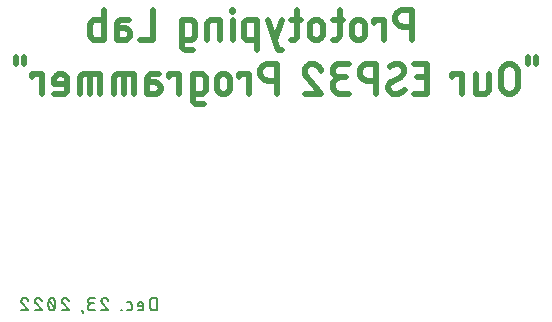
<source format=gbr>
G04 EAGLE Gerber RS-274X export*
G75*
%MOMM*%
%FSLAX34Y34*%
%LPD*%
%INSilkscreen Bottom*%
%IPPOS*%
%AMOC8*
5,1,8,0,0,1.08239X$1,22.5*%
G01*
%ADD10C,0.508000*%
%ADD11C,0.203200*%


D10*
X422910Y240030D02*
X422910Y265430D01*
X415854Y265430D01*
X415682Y265428D01*
X415510Y265422D01*
X415339Y265411D01*
X415168Y265397D01*
X414997Y265378D01*
X414827Y265355D01*
X414657Y265328D01*
X414488Y265297D01*
X414320Y265261D01*
X414153Y265222D01*
X413986Y265178D01*
X413821Y265131D01*
X413657Y265079D01*
X413495Y265024D01*
X413333Y264964D01*
X413174Y264901D01*
X413015Y264834D01*
X412859Y264763D01*
X412704Y264688D01*
X412552Y264609D01*
X412401Y264527D01*
X412252Y264441D01*
X412105Y264352D01*
X411961Y264259D01*
X411819Y264162D01*
X411679Y264062D01*
X411542Y263959D01*
X411407Y263852D01*
X411275Y263742D01*
X411145Y263629D01*
X411019Y263513D01*
X410895Y263394D01*
X410774Y263271D01*
X410657Y263146D01*
X410542Y263018D01*
X410430Y262888D01*
X410322Y262754D01*
X410217Y262618D01*
X410115Y262480D01*
X410017Y262339D01*
X409922Y262195D01*
X409831Y262050D01*
X409743Y261902D01*
X409659Y261752D01*
X409579Y261600D01*
X409502Y261447D01*
X409429Y261291D01*
X409360Y261134D01*
X409295Y260975D01*
X409233Y260814D01*
X409176Y260652D01*
X409122Y260489D01*
X409073Y260324D01*
X409027Y260159D01*
X408986Y259992D01*
X408949Y259824D01*
X408915Y259656D01*
X408886Y259486D01*
X408861Y259316D01*
X408840Y259146D01*
X408824Y258975D01*
X408811Y258803D01*
X408803Y258632D01*
X408799Y258460D01*
X408799Y258288D01*
X408803Y258116D01*
X408811Y257945D01*
X408824Y257773D01*
X408840Y257602D01*
X408861Y257432D01*
X408886Y257262D01*
X408915Y257092D01*
X408949Y256924D01*
X408986Y256756D01*
X409027Y256589D01*
X409073Y256424D01*
X409122Y256259D01*
X409176Y256096D01*
X409233Y255934D01*
X409295Y255773D01*
X409360Y255614D01*
X409429Y255457D01*
X409502Y255301D01*
X409579Y255148D01*
X409659Y254996D01*
X409743Y254846D01*
X409831Y254698D01*
X409922Y254553D01*
X410017Y254409D01*
X410115Y254268D01*
X410217Y254130D01*
X410322Y253994D01*
X410430Y253860D01*
X410542Y253730D01*
X410657Y253602D01*
X410774Y253477D01*
X410895Y253354D01*
X411019Y253235D01*
X411145Y253119D01*
X411275Y253006D01*
X411407Y252896D01*
X411542Y252789D01*
X411679Y252686D01*
X411819Y252586D01*
X411961Y252489D01*
X412105Y252396D01*
X412252Y252307D01*
X412401Y252221D01*
X412552Y252139D01*
X412704Y252060D01*
X412859Y251985D01*
X413015Y251914D01*
X413174Y251847D01*
X413333Y251784D01*
X413495Y251724D01*
X413657Y251669D01*
X413821Y251617D01*
X413986Y251570D01*
X414153Y251526D01*
X414320Y251487D01*
X414488Y251451D01*
X414657Y251420D01*
X414827Y251393D01*
X414997Y251370D01*
X415168Y251351D01*
X415339Y251337D01*
X415510Y251326D01*
X415682Y251320D01*
X415854Y251318D01*
X415854Y251319D02*
X422910Y251319D01*
X399359Y256963D02*
X399359Y240030D01*
X399359Y256963D02*
X390892Y256963D01*
X390892Y254141D01*
X383564Y251319D02*
X383564Y245674D01*
X383564Y251319D02*
X383562Y251468D01*
X383556Y251617D01*
X383546Y251766D01*
X383533Y251914D01*
X383515Y252062D01*
X383493Y252209D01*
X383468Y252356D01*
X383439Y252502D01*
X383405Y252647D01*
X383368Y252792D01*
X383328Y252935D01*
X383283Y253077D01*
X383235Y253218D01*
X383183Y253358D01*
X383127Y253496D01*
X383068Y253633D01*
X383005Y253768D01*
X382939Y253901D01*
X382869Y254033D01*
X382795Y254162D01*
X382719Y254290D01*
X382639Y254416D01*
X382555Y254539D01*
X382469Y254661D01*
X382379Y254779D01*
X382286Y254896D01*
X382190Y255010D01*
X382091Y255121D01*
X381989Y255230D01*
X381884Y255336D01*
X381777Y255439D01*
X381667Y255540D01*
X381554Y255637D01*
X381439Y255732D01*
X381321Y255823D01*
X381201Y255911D01*
X381079Y255996D01*
X380954Y256078D01*
X380828Y256156D01*
X380699Y256231D01*
X380568Y256303D01*
X380436Y256371D01*
X380302Y256436D01*
X380166Y256497D01*
X380028Y256555D01*
X379889Y256608D01*
X379749Y256658D01*
X379607Y256705D01*
X379465Y256748D01*
X379321Y256786D01*
X379176Y256821D01*
X379030Y256853D01*
X378884Y256880D01*
X378737Y256904D01*
X378589Y256923D01*
X378441Y256939D01*
X378292Y256951D01*
X378143Y256959D01*
X377994Y256963D01*
X377846Y256963D01*
X377697Y256959D01*
X377548Y256951D01*
X377399Y256939D01*
X377251Y256923D01*
X377103Y256904D01*
X376956Y256880D01*
X376810Y256853D01*
X376664Y256821D01*
X376519Y256786D01*
X376375Y256748D01*
X376233Y256705D01*
X376091Y256658D01*
X375951Y256608D01*
X375812Y256555D01*
X375674Y256497D01*
X375538Y256436D01*
X375404Y256371D01*
X375272Y256303D01*
X375141Y256231D01*
X375012Y256156D01*
X374886Y256078D01*
X374761Y255996D01*
X374639Y255911D01*
X374519Y255823D01*
X374401Y255732D01*
X374286Y255637D01*
X374173Y255540D01*
X374063Y255439D01*
X373956Y255336D01*
X373851Y255230D01*
X373749Y255121D01*
X373650Y255010D01*
X373554Y254896D01*
X373461Y254779D01*
X373371Y254661D01*
X373285Y254539D01*
X373201Y254416D01*
X373121Y254290D01*
X373045Y254162D01*
X372971Y254033D01*
X372901Y253901D01*
X372835Y253768D01*
X372772Y253633D01*
X372713Y253496D01*
X372657Y253358D01*
X372605Y253218D01*
X372557Y253077D01*
X372512Y252935D01*
X372472Y252792D01*
X372435Y252647D01*
X372401Y252502D01*
X372372Y252356D01*
X372347Y252209D01*
X372325Y252062D01*
X372307Y251914D01*
X372294Y251766D01*
X372284Y251617D01*
X372278Y251468D01*
X372276Y251319D01*
X372275Y251319D02*
X372275Y245674D01*
X372276Y245674D02*
X372278Y245525D01*
X372284Y245376D01*
X372294Y245227D01*
X372307Y245079D01*
X372325Y244931D01*
X372347Y244784D01*
X372372Y244637D01*
X372401Y244491D01*
X372435Y244346D01*
X372472Y244201D01*
X372512Y244058D01*
X372557Y243916D01*
X372605Y243775D01*
X372657Y243635D01*
X372713Y243497D01*
X372772Y243360D01*
X372835Y243225D01*
X372901Y243092D01*
X372971Y242960D01*
X373045Y242831D01*
X373121Y242703D01*
X373201Y242577D01*
X373285Y242454D01*
X373371Y242332D01*
X373461Y242214D01*
X373554Y242097D01*
X373650Y241983D01*
X373749Y241872D01*
X373851Y241763D01*
X373956Y241657D01*
X374063Y241554D01*
X374173Y241453D01*
X374286Y241356D01*
X374401Y241261D01*
X374519Y241170D01*
X374639Y241082D01*
X374761Y240997D01*
X374886Y240915D01*
X375012Y240837D01*
X375141Y240762D01*
X375272Y240690D01*
X375404Y240622D01*
X375538Y240557D01*
X375674Y240496D01*
X375812Y240438D01*
X375951Y240385D01*
X376091Y240335D01*
X376233Y240288D01*
X376375Y240245D01*
X376519Y240207D01*
X376664Y240172D01*
X376810Y240140D01*
X376956Y240113D01*
X377103Y240089D01*
X377251Y240070D01*
X377399Y240054D01*
X377548Y240042D01*
X377697Y240034D01*
X377846Y240030D01*
X377994Y240030D01*
X378143Y240034D01*
X378292Y240042D01*
X378441Y240054D01*
X378589Y240070D01*
X378737Y240089D01*
X378884Y240113D01*
X379030Y240140D01*
X379176Y240172D01*
X379321Y240207D01*
X379465Y240245D01*
X379607Y240288D01*
X379749Y240335D01*
X379889Y240385D01*
X380028Y240438D01*
X380166Y240496D01*
X380302Y240557D01*
X380436Y240622D01*
X380568Y240690D01*
X380699Y240762D01*
X380828Y240837D01*
X380954Y240915D01*
X381079Y240997D01*
X381201Y241082D01*
X381321Y241170D01*
X381439Y241261D01*
X381554Y241356D01*
X381667Y241453D01*
X381777Y241554D01*
X381884Y241657D01*
X381989Y241763D01*
X382091Y241872D01*
X382190Y241983D01*
X382286Y242097D01*
X382379Y242214D01*
X382469Y242332D01*
X382555Y242454D01*
X382639Y242577D01*
X382719Y242703D01*
X382795Y242831D01*
X382869Y242960D01*
X382939Y243092D01*
X383005Y243225D01*
X383068Y243360D01*
X383127Y243497D01*
X383183Y243635D01*
X383235Y243775D01*
X383283Y243916D01*
X383328Y244058D01*
X383368Y244201D01*
X383405Y244346D01*
X383439Y244491D01*
X383468Y244637D01*
X383493Y244784D01*
X383515Y244931D01*
X383533Y245079D01*
X383546Y245227D01*
X383556Y245376D01*
X383562Y245525D01*
X383564Y245674D01*
X364803Y256963D02*
X356337Y256963D01*
X361981Y265430D02*
X361981Y244263D01*
X361979Y244135D01*
X361973Y244007D01*
X361964Y243880D01*
X361950Y243753D01*
X361933Y243626D01*
X361912Y243500D01*
X361887Y243375D01*
X361858Y243250D01*
X361826Y243126D01*
X361789Y243004D01*
X361749Y242882D01*
X361706Y242762D01*
X361659Y242643D01*
X361608Y242526D01*
X361554Y242410D01*
X361496Y242296D01*
X361435Y242184D01*
X361371Y242073D01*
X361303Y241965D01*
X361232Y241858D01*
X361157Y241754D01*
X361080Y241652D01*
X361000Y241553D01*
X360916Y241456D01*
X360830Y241362D01*
X360741Y241270D01*
X360649Y241181D01*
X360555Y241095D01*
X360458Y241011D01*
X360359Y240931D01*
X360257Y240854D01*
X360153Y240779D01*
X360046Y240708D01*
X359938Y240640D01*
X359827Y240576D01*
X359715Y240515D01*
X359601Y240457D01*
X359485Y240403D01*
X359368Y240352D01*
X359249Y240305D01*
X359129Y240262D01*
X359007Y240222D01*
X358885Y240185D01*
X358761Y240153D01*
X358636Y240124D01*
X358511Y240099D01*
X358385Y240078D01*
X358258Y240061D01*
X358131Y240047D01*
X358004Y240038D01*
X357876Y240032D01*
X357748Y240030D01*
X356337Y240030D01*
X347724Y245674D02*
X347724Y251319D01*
X347722Y251468D01*
X347716Y251617D01*
X347706Y251766D01*
X347693Y251914D01*
X347675Y252062D01*
X347653Y252209D01*
X347628Y252356D01*
X347599Y252502D01*
X347565Y252647D01*
X347528Y252792D01*
X347488Y252935D01*
X347443Y253077D01*
X347395Y253218D01*
X347343Y253358D01*
X347287Y253496D01*
X347228Y253633D01*
X347165Y253768D01*
X347099Y253901D01*
X347029Y254033D01*
X346955Y254162D01*
X346879Y254290D01*
X346799Y254416D01*
X346715Y254539D01*
X346629Y254661D01*
X346539Y254779D01*
X346446Y254896D01*
X346350Y255010D01*
X346251Y255121D01*
X346149Y255230D01*
X346044Y255336D01*
X345937Y255439D01*
X345827Y255540D01*
X345714Y255637D01*
X345599Y255732D01*
X345481Y255823D01*
X345361Y255911D01*
X345239Y255996D01*
X345114Y256078D01*
X344988Y256156D01*
X344859Y256231D01*
X344728Y256303D01*
X344596Y256371D01*
X344462Y256436D01*
X344326Y256497D01*
X344188Y256555D01*
X344049Y256608D01*
X343909Y256658D01*
X343767Y256705D01*
X343625Y256748D01*
X343481Y256786D01*
X343336Y256821D01*
X343190Y256853D01*
X343044Y256880D01*
X342897Y256904D01*
X342749Y256923D01*
X342601Y256939D01*
X342452Y256951D01*
X342303Y256959D01*
X342154Y256963D01*
X342006Y256963D01*
X341857Y256959D01*
X341708Y256951D01*
X341559Y256939D01*
X341411Y256923D01*
X341263Y256904D01*
X341116Y256880D01*
X340970Y256853D01*
X340824Y256821D01*
X340679Y256786D01*
X340535Y256748D01*
X340393Y256705D01*
X340251Y256658D01*
X340111Y256608D01*
X339972Y256555D01*
X339834Y256497D01*
X339698Y256436D01*
X339564Y256371D01*
X339432Y256303D01*
X339301Y256231D01*
X339172Y256156D01*
X339046Y256078D01*
X338921Y255996D01*
X338799Y255911D01*
X338679Y255823D01*
X338561Y255732D01*
X338446Y255637D01*
X338333Y255540D01*
X338223Y255439D01*
X338116Y255336D01*
X338011Y255230D01*
X337909Y255121D01*
X337810Y255010D01*
X337714Y254896D01*
X337621Y254779D01*
X337531Y254661D01*
X337445Y254539D01*
X337361Y254416D01*
X337281Y254290D01*
X337205Y254162D01*
X337131Y254033D01*
X337061Y253901D01*
X336995Y253768D01*
X336932Y253633D01*
X336873Y253496D01*
X336817Y253358D01*
X336765Y253218D01*
X336717Y253077D01*
X336672Y252935D01*
X336632Y252792D01*
X336595Y252647D01*
X336561Y252502D01*
X336532Y252356D01*
X336507Y252209D01*
X336485Y252062D01*
X336467Y251914D01*
X336454Y251766D01*
X336444Y251617D01*
X336438Y251468D01*
X336436Y251319D01*
X336436Y245674D01*
X336438Y245525D01*
X336444Y245376D01*
X336454Y245227D01*
X336467Y245079D01*
X336485Y244931D01*
X336507Y244784D01*
X336532Y244637D01*
X336561Y244491D01*
X336595Y244346D01*
X336632Y244201D01*
X336672Y244058D01*
X336717Y243916D01*
X336765Y243775D01*
X336817Y243635D01*
X336873Y243497D01*
X336932Y243360D01*
X336995Y243225D01*
X337061Y243092D01*
X337131Y242960D01*
X337205Y242831D01*
X337281Y242703D01*
X337361Y242577D01*
X337445Y242454D01*
X337531Y242332D01*
X337621Y242214D01*
X337714Y242097D01*
X337810Y241983D01*
X337909Y241872D01*
X338011Y241763D01*
X338116Y241657D01*
X338223Y241554D01*
X338333Y241453D01*
X338446Y241356D01*
X338561Y241261D01*
X338679Y241170D01*
X338799Y241082D01*
X338921Y240997D01*
X339046Y240915D01*
X339172Y240837D01*
X339301Y240762D01*
X339432Y240690D01*
X339564Y240622D01*
X339698Y240557D01*
X339834Y240496D01*
X339972Y240438D01*
X340111Y240385D01*
X340251Y240335D01*
X340393Y240288D01*
X340535Y240245D01*
X340679Y240207D01*
X340824Y240172D01*
X340970Y240140D01*
X341116Y240113D01*
X341263Y240089D01*
X341411Y240070D01*
X341559Y240054D01*
X341708Y240042D01*
X341857Y240034D01*
X342006Y240030D01*
X342154Y240030D01*
X342303Y240034D01*
X342452Y240042D01*
X342601Y240054D01*
X342749Y240070D01*
X342897Y240089D01*
X343044Y240113D01*
X343190Y240140D01*
X343336Y240172D01*
X343481Y240207D01*
X343625Y240245D01*
X343767Y240288D01*
X343909Y240335D01*
X344049Y240385D01*
X344188Y240438D01*
X344326Y240496D01*
X344462Y240557D01*
X344596Y240622D01*
X344728Y240690D01*
X344859Y240762D01*
X344988Y240837D01*
X345114Y240915D01*
X345239Y240997D01*
X345361Y241082D01*
X345481Y241170D01*
X345599Y241261D01*
X345714Y241356D01*
X345827Y241453D01*
X345937Y241554D01*
X346044Y241657D01*
X346149Y241763D01*
X346251Y241872D01*
X346350Y241983D01*
X346446Y242097D01*
X346539Y242214D01*
X346629Y242332D01*
X346715Y242454D01*
X346799Y242577D01*
X346879Y242703D01*
X346955Y242831D01*
X347029Y242960D01*
X347099Y243092D01*
X347165Y243225D01*
X347228Y243360D01*
X347287Y243497D01*
X347343Y243635D01*
X347395Y243775D01*
X347443Y243916D01*
X347488Y244058D01*
X347528Y244201D01*
X347565Y244346D01*
X347599Y244491D01*
X347628Y244637D01*
X347653Y244784D01*
X347675Y244931D01*
X347693Y245079D01*
X347706Y245227D01*
X347716Y245376D01*
X347722Y245525D01*
X347724Y245674D01*
X328964Y256963D02*
X320497Y256963D01*
X326141Y265430D02*
X326141Y244263D01*
X326139Y244135D01*
X326133Y244007D01*
X326124Y243880D01*
X326110Y243753D01*
X326093Y243626D01*
X326072Y243500D01*
X326047Y243375D01*
X326018Y243250D01*
X325986Y243126D01*
X325949Y243004D01*
X325909Y242882D01*
X325866Y242762D01*
X325819Y242643D01*
X325768Y242526D01*
X325714Y242410D01*
X325656Y242296D01*
X325595Y242184D01*
X325531Y242073D01*
X325463Y241965D01*
X325392Y241858D01*
X325317Y241754D01*
X325240Y241652D01*
X325160Y241553D01*
X325076Y241456D01*
X324990Y241362D01*
X324901Y241270D01*
X324809Y241181D01*
X324715Y241095D01*
X324618Y241011D01*
X324519Y240931D01*
X324417Y240854D01*
X324313Y240779D01*
X324206Y240708D01*
X324098Y240640D01*
X323987Y240576D01*
X323875Y240515D01*
X323761Y240457D01*
X323645Y240403D01*
X323528Y240352D01*
X323409Y240305D01*
X323289Y240262D01*
X323167Y240222D01*
X323045Y240185D01*
X322921Y240153D01*
X322796Y240124D01*
X322671Y240099D01*
X322545Y240078D01*
X322418Y240061D01*
X322291Y240047D01*
X322164Y240038D01*
X322036Y240032D01*
X321908Y240030D01*
X320497Y240030D01*
X312681Y231563D02*
X309859Y231563D01*
X301392Y256963D01*
X312681Y256963D02*
X307037Y240030D01*
X291872Y231563D02*
X291872Y256963D01*
X284817Y256963D01*
X284689Y256961D01*
X284561Y256955D01*
X284434Y256946D01*
X284307Y256932D01*
X284180Y256915D01*
X284054Y256894D01*
X283929Y256869D01*
X283804Y256840D01*
X283680Y256808D01*
X283558Y256771D01*
X283436Y256731D01*
X283316Y256688D01*
X283197Y256641D01*
X283080Y256590D01*
X282964Y256536D01*
X282850Y256478D01*
X282738Y256417D01*
X282627Y256353D01*
X282519Y256285D01*
X282412Y256214D01*
X282308Y256139D01*
X282206Y256062D01*
X282107Y255982D01*
X282010Y255898D01*
X281916Y255812D01*
X281824Y255723D01*
X281735Y255631D01*
X281649Y255537D01*
X281565Y255440D01*
X281485Y255341D01*
X281408Y255239D01*
X281333Y255135D01*
X281262Y255028D01*
X281194Y254920D01*
X281130Y254810D01*
X281069Y254697D01*
X281011Y254583D01*
X280957Y254467D01*
X280906Y254350D01*
X280859Y254231D01*
X280816Y254111D01*
X280776Y253989D01*
X280739Y253867D01*
X280707Y253743D01*
X280678Y253618D01*
X280653Y253493D01*
X280632Y253367D01*
X280615Y253240D01*
X280601Y253113D01*
X280592Y252986D01*
X280586Y252858D01*
X280584Y252730D01*
X280583Y252730D02*
X280583Y244263D01*
X280584Y244263D02*
X280586Y244135D01*
X280592Y244007D01*
X280601Y243880D01*
X280615Y243753D01*
X280632Y243626D01*
X280653Y243500D01*
X280678Y243375D01*
X280707Y243250D01*
X280739Y243126D01*
X280776Y243004D01*
X280816Y242882D01*
X280859Y242762D01*
X280906Y242643D01*
X280957Y242526D01*
X281011Y242410D01*
X281069Y242296D01*
X281130Y242184D01*
X281194Y242073D01*
X281262Y241965D01*
X281333Y241858D01*
X281408Y241754D01*
X281485Y241652D01*
X281565Y241553D01*
X281649Y241456D01*
X281735Y241362D01*
X281824Y241270D01*
X281916Y241181D01*
X282010Y241095D01*
X282107Y241011D01*
X282206Y240931D01*
X282308Y240854D01*
X282412Y240779D01*
X282519Y240708D01*
X282627Y240640D01*
X282738Y240576D01*
X282850Y240515D01*
X282964Y240457D01*
X283080Y240403D01*
X283197Y240352D01*
X283316Y240305D01*
X283436Y240262D01*
X283558Y240222D01*
X283680Y240185D01*
X283804Y240153D01*
X283929Y240124D01*
X284054Y240099D01*
X284180Y240078D01*
X284307Y240061D01*
X284434Y240047D01*
X284561Y240038D01*
X284689Y240032D01*
X284817Y240030D01*
X291872Y240030D01*
X271197Y240030D02*
X271197Y256963D01*
X271902Y264019D02*
X271902Y265430D01*
X270491Y265430D01*
X270491Y264019D01*
X271902Y264019D01*
X260913Y256963D02*
X260913Y240030D01*
X260913Y256963D02*
X253857Y256963D01*
X253729Y256961D01*
X253601Y256955D01*
X253474Y256946D01*
X253347Y256932D01*
X253220Y256915D01*
X253094Y256894D01*
X252969Y256869D01*
X252844Y256840D01*
X252720Y256808D01*
X252598Y256771D01*
X252476Y256731D01*
X252356Y256688D01*
X252237Y256641D01*
X252120Y256590D01*
X252004Y256536D01*
X251890Y256478D01*
X251778Y256417D01*
X251667Y256353D01*
X251559Y256285D01*
X251452Y256214D01*
X251348Y256139D01*
X251246Y256062D01*
X251147Y255982D01*
X251050Y255898D01*
X250956Y255812D01*
X250864Y255723D01*
X250775Y255631D01*
X250689Y255537D01*
X250605Y255440D01*
X250525Y255341D01*
X250448Y255239D01*
X250373Y255135D01*
X250302Y255028D01*
X250234Y254920D01*
X250170Y254810D01*
X250109Y254697D01*
X250051Y254583D01*
X249997Y254467D01*
X249946Y254350D01*
X249899Y254231D01*
X249856Y254111D01*
X249816Y253989D01*
X249779Y253867D01*
X249747Y253743D01*
X249718Y253618D01*
X249693Y253493D01*
X249672Y253367D01*
X249655Y253240D01*
X249641Y253113D01*
X249632Y252986D01*
X249626Y252858D01*
X249624Y252730D01*
X249624Y240030D01*
X235277Y240030D02*
X228221Y240030D01*
X235277Y240030D02*
X235405Y240032D01*
X235533Y240038D01*
X235660Y240047D01*
X235787Y240061D01*
X235914Y240078D01*
X236040Y240099D01*
X236165Y240124D01*
X236290Y240153D01*
X236414Y240185D01*
X236536Y240222D01*
X236658Y240262D01*
X236778Y240305D01*
X236897Y240352D01*
X237014Y240403D01*
X237130Y240457D01*
X237244Y240515D01*
X237356Y240576D01*
X237467Y240640D01*
X237575Y240708D01*
X237682Y240779D01*
X237786Y240854D01*
X237888Y240931D01*
X237987Y241011D01*
X238084Y241095D01*
X238178Y241181D01*
X238270Y241270D01*
X238359Y241362D01*
X238445Y241456D01*
X238529Y241553D01*
X238609Y241652D01*
X238686Y241754D01*
X238761Y241858D01*
X238832Y241965D01*
X238900Y242073D01*
X238964Y242184D01*
X239025Y242296D01*
X239083Y242410D01*
X239137Y242526D01*
X239188Y242643D01*
X239235Y242762D01*
X239278Y242882D01*
X239318Y243004D01*
X239355Y243126D01*
X239387Y243250D01*
X239416Y243375D01*
X239441Y243500D01*
X239462Y243626D01*
X239479Y243753D01*
X239493Y243880D01*
X239502Y244007D01*
X239508Y244135D01*
X239510Y244263D01*
X239510Y252730D01*
X239508Y252858D01*
X239502Y252986D01*
X239493Y253113D01*
X239479Y253240D01*
X239462Y253367D01*
X239441Y253493D01*
X239416Y253618D01*
X239387Y253743D01*
X239355Y253867D01*
X239318Y253989D01*
X239278Y254111D01*
X239235Y254231D01*
X239188Y254350D01*
X239137Y254467D01*
X239083Y254583D01*
X239025Y254697D01*
X238964Y254809D01*
X238900Y254920D01*
X238832Y255028D01*
X238761Y255135D01*
X238686Y255239D01*
X238609Y255341D01*
X238529Y255440D01*
X238445Y255537D01*
X238359Y255631D01*
X238270Y255723D01*
X238178Y255812D01*
X238084Y255898D01*
X237987Y255982D01*
X237888Y256062D01*
X237786Y256139D01*
X237682Y256214D01*
X237575Y256285D01*
X237467Y256353D01*
X237356Y256417D01*
X237244Y256478D01*
X237130Y256536D01*
X237014Y256590D01*
X236897Y256641D01*
X236778Y256688D01*
X236658Y256731D01*
X236536Y256771D01*
X236414Y256808D01*
X236290Y256840D01*
X236165Y256869D01*
X236040Y256894D01*
X235914Y256915D01*
X235787Y256932D01*
X235660Y256946D01*
X235533Y256955D01*
X235405Y256961D01*
X235277Y256963D01*
X228221Y256963D01*
X228221Y235797D01*
X228223Y235669D01*
X228229Y235541D01*
X228238Y235414D01*
X228252Y235287D01*
X228269Y235160D01*
X228290Y235034D01*
X228315Y234909D01*
X228344Y234784D01*
X228376Y234660D01*
X228413Y234538D01*
X228453Y234416D01*
X228496Y234296D01*
X228543Y234177D01*
X228594Y234060D01*
X228648Y233944D01*
X228706Y233830D01*
X228767Y233718D01*
X228831Y233607D01*
X228899Y233499D01*
X228970Y233392D01*
X229045Y233288D01*
X229122Y233186D01*
X229202Y233087D01*
X229286Y232990D01*
X229372Y232896D01*
X229461Y232804D01*
X229553Y232715D01*
X229647Y232629D01*
X229744Y232545D01*
X229843Y232465D01*
X229945Y232388D01*
X230049Y232313D01*
X230156Y232242D01*
X230264Y232174D01*
X230375Y232110D01*
X230487Y232049D01*
X230601Y231991D01*
X230717Y231937D01*
X230834Y231886D01*
X230953Y231839D01*
X231073Y231796D01*
X231195Y231756D01*
X231317Y231719D01*
X231441Y231687D01*
X231566Y231658D01*
X231691Y231633D01*
X231817Y231612D01*
X231944Y231595D01*
X232071Y231581D01*
X232198Y231572D01*
X232326Y231566D01*
X232454Y231564D01*
X232454Y231563D02*
X238099Y231563D01*
X204130Y240030D02*
X204130Y265430D01*
X204130Y240030D02*
X192841Y240030D01*
X179617Y249908D02*
X173267Y249908D01*
X179617Y249908D02*
X179757Y249906D01*
X179896Y249900D01*
X180036Y249890D01*
X180175Y249876D01*
X180314Y249859D01*
X180452Y249837D01*
X180589Y249811D01*
X180726Y249782D01*
X180862Y249749D01*
X180996Y249712D01*
X181130Y249671D01*
X181262Y249626D01*
X181394Y249577D01*
X181523Y249525D01*
X181651Y249470D01*
X181778Y249410D01*
X181903Y249347D01*
X182026Y249281D01*
X182147Y249211D01*
X182266Y249138D01*
X182383Y249061D01*
X182497Y248981D01*
X182610Y248898D01*
X182720Y248812D01*
X182827Y248722D01*
X182932Y248630D01*
X183034Y248535D01*
X183134Y248437D01*
X183231Y248336D01*
X183325Y248232D01*
X183415Y248126D01*
X183503Y248017D01*
X183588Y247906D01*
X183669Y247792D01*
X183748Y247677D01*
X183823Y247559D01*
X183894Y247439D01*
X183962Y247316D01*
X184027Y247193D01*
X184088Y247067D01*
X184146Y246939D01*
X184200Y246811D01*
X184250Y246680D01*
X184297Y246548D01*
X184340Y246415D01*
X184379Y246281D01*
X184414Y246146D01*
X184445Y246010D01*
X184473Y245872D01*
X184496Y245735D01*
X184516Y245596D01*
X184532Y245457D01*
X184544Y245318D01*
X184552Y245179D01*
X184556Y245039D01*
X184556Y244899D01*
X184552Y244759D01*
X184544Y244620D01*
X184532Y244481D01*
X184516Y244342D01*
X184496Y244203D01*
X184473Y244066D01*
X184445Y243928D01*
X184414Y243792D01*
X184379Y243657D01*
X184340Y243523D01*
X184297Y243390D01*
X184250Y243258D01*
X184200Y243127D01*
X184146Y242999D01*
X184088Y242871D01*
X184027Y242745D01*
X183962Y242622D01*
X183894Y242500D01*
X183823Y242379D01*
X183748Y242261D01*
X183669Y242146D01*
X183588Y242032D01*
X183503Y241921D01*
X183415Y241812D01*
X183325Y241706D01*
X183231Y241602D01*
X183134Y241501D01*
X183034Y241403D01*
X182932Y241308D01*
X182827Y241216D01*
X182720Y241126D01*
X182610Y241040D01*
X182497Y240957D01*
X182383Y240877D01*
X182266Y240800D01*
X182147Y240727D01*
X182026Y240657D01*
X181903Y240591D01*
X181778Y240528D01*
X181651Y240468D01*
X181523Y240413D01*
X181394Y240361D01*
X181262Y240312D01*
X181130Y240267D01*
X180996Y240226D01*
X180862Y240189D01*
X180726Y240156D01*
X180589Y240127D01*
X180452Y240101D01*
X180314Y240079D01*
X180175Y240062D01*
X180036Y240048D01*
X179896Y240038D01*
X179757Y240032D01*
X179617Y240030D01*
X173267Y240030D01*
X173267Y252730D01*
X173269Y252858D01*
X173275Y252986D01*
X173284Y253113D01*
X173298Y253240D01*
X173315Y253367D01*
X173336Y253493D01*
X173361Y253618D01*
X173390Y253743D01*
X173422Y253867D01*
X173459Y253989D01*
X173499Y254111D01*
X173542Y254231D01*
X173589Y254350D01*
X173640Y254467D01*
X173694Y254583D01*
X173752Y254697D01*
X173813Y254809D01*
X173877Y254920D01*
X173945Y255028D01*
X174016Y255135D01*
X174091Y255239D01*
X174168Y255341D01*
X174248Y255440D01*
X174332Y255537D01*
X174418Y255631D01*
X174507Y255723D01*
X174599Y255812D01*
X174693Y255898D01*
X174790Y255982D01*
X174889Y256062D01*
X174991Y256139D01*
X175095Y256214D01*
X175202Y256285D01*
X175310Y256353D01*
X175421Y256417D01*
X175533Y256478D01*
X175647Y256536D01*
X175763Y256590D01*
X175880Y256641D01*
X175999Y256688D01*
X176119Y256731D01*
X176241Y256771D01*
X176363Y256808D01*
X176487Y256840D01*
X176612Y256869D01*
X176737Y256894D01*
X176863Y256915D01*
X176990Y256932D01*
X177117Y256946D01*
X177244Y256955D01*
X177372Y256961D01*
X177500Y256963D01*
X183144Y256963D01*
X162052Y265430D02*
X162052Y240030D01*
X154997Y240030D01*
X154869Y240032D01*
X154741Y240038D01*
X154614Y240047D01*
X154487Y240061D01*
X154360Y240078D01*
X154234Y240099D01*
X154109Y240124D01*
X153984Y240153D01*
X153860Y240185D01*
X153738Y240222D01*
X153616Y240262D01*
X153496Y240305D01*
X153377Y240352D01*
X153260Y240403D01*
X153144Y240457D01*
X153030Y240515D01*
X152918Y240576D01*
X152807Y240640D01*
X152699Y240708D01*
X152592Y240779D01*
X152488Y240854D01*
X152386Y240931D01*
X152287Y241011D01*
X152190Y241095D01*
X152096Y241181D01*
X152004Y241270D01*
X151915Y241362D01*
X151829Y241456D01*
X151745Y241553D01*
X151665Y241652D01*
X151588Y241754D01*
X151513Y241858D01*
X151442Y241965D01*
X151374Y242073D01*
X151310Y242183D01*
X151249Y242296D01*
X151191Y242410D01*
X151137Y242526D01*
X151086Y242643D01*
X151039Y242762D01*
X150996Y242882D01*
X150956Y243004D01*
X150919Y243126D01*
X150887Y243250D01*
X150858Y243375D01*
X150833Y243500D01*
X150812Y243626D01*
X150795Y243753D01*
X150781Y243880D01*
X150772Y244007D01*
X150766Y244135D01*
X150764Y244263D01*
X150764Y252730D01*
X150766Y252858D01*
X150772Y252986D01*
X150781Y253113D01*
X150795Y253240D01*
X150812Y253367D01*
X150833Y253493D01*
X150858Y253618D01*
X150887Y253743D01*
X150919Y253867D01*
X150956Y253989D01*
X150996Y254111D01*
X151039Y254231D01*
X151086Y254350D01*
X151137Y254467D01*
X151191Y254583D01*
X151249Y254697D01*
X151310Y254809D01*
X151374Y254920D01*
X151442Y255028D01*
X151513Y255135D01*
X151588Y255239D01*
X151665Y255341D01*
X151745Y255440D01*
X151829Y255537D01*
X151915Y255631D01*
X152004Y255723D01*
X152096Y255812D01*
X152190Y255898D01*
X152287Y255982D01*
X152386Y256062D01*
X152488Y256139D01*
X152592Y256214D01*
X152699Y256285D01*
X152807Y256353D01*
X152918Y256417D01*
X153030Y256478D01*
X153144Y256536D01*
X153260Y256590D01*
X153377Y256641D01*
X153496Y256688D01*
X153616Y256731D01*
X153738Y256771D01*
X153860Y256808D01*
X153984Y256840D01*
X154109Y256869D01*
X154234Y256894D01*
X154360Y256915D01*
X154487Y256932D01*
X154614Y256946D01*
X154741Y256955D01*
X154869Y256961D01*
X154997Y256963D01*
X162052Y256963D01*
X528320Y225354D02*
X528320Y219710D01*
X521264Y219710D02*
X521264Y225354D01*
X512733Y212654D02*
X512733Y201366D01*
X512734Y212654D02*
X512732Y212826D01*
X512726Y212998D01*
X512715Y213169D01*
X512701Y213340D01*
X512682Y213511D01*
X512659Y213681D01*
X512632Y213851D01*
X512601Y214020D01*
X512565Y214188D01*
X512526Y214355D01*
X512482Y214522D01*
X512435Y214687D01*
X512383Y214851D01*
X512328Y215013D01*
X512268Y215175D01*
X512205Y215334D01*
X512138Y215493D01*
X512067Y215649D01*
X511992Y215804D01*
X511913Y215956D01*
X511831Y216107D01*
X511745Y216256D01*
X511656Y216403D01*
X511563Y216547D01*
X511466Y216689D01*
X511366Y216829D01*
X511263Y216966D01*
X511156Y217101D01*
X511046Y217233D01*
X510933Y217363D01*
X510817Y217489D01*
X510698Y217613D01*
X510575Y217734D01*
X510450Y217851D01*
X510322Y217966D01*
X510192Y218078D01*
X510058Y218186D01*
X509922Y218291D01*
X509784Y218393D01*
X509643Y218491D01*
X509499Y218586D01*
X509354Y218677D01*
X509206Y218765D01*
X509056Y218849D01*
X508904Y218929D01*
X508751Y219006D01*
X508595Y219079D01*
X508438Y219148D01*
X508279Y219213D01*
X508118Y219275D01*
X507956Y219332D01*
X507793Y219386D01*
X507628Y219435D01*
X507463Y219481D01*
X507296Y219522D01*
X507128Y219559D01*
X506960Y219593D01*
X506790Y219622D01*
X506620Y219647D01*
X506450Y219668D01*
X506279Y219684D01*
X506107Y219697D01*
X505936Y219705D01*
X505764Y219709D01*
X505592Y219709D01*
X505420Y219705D01*
X505249Y219697D01*
X505077Y219684D01*
X504906Y219668D01*
X504736Y219647D01*
X504566Y219622D01*
X504396Y219593D01*
X504228Y219559D01*
X504060Y219522D01*
X503893Y219481D01*
X503728Y219435D01*
X503563Y219386D01*
X503400Y219332D01*
X503238Y219275D01*
X503077Y219213D01*
X502918Y219148D01*
X502761Y219079D01*
X502605Y219006D01*
X502452Y218929D01*
X502300Y218849D01*
X502150Y218765D01*
X502002Y218677D01*
X501857Y218586D01*
X501713Y218491D01*
X501572Y218393D01*
X501434Y218291D01*
X501298Y218186D01*
X501164Y218078D01*
X501034Y217966D01*
X500906Y217851D01*
X500781Y217734D01*
X500658Y217613D01*
X500539Y217489D01*
X500423Y217363D01*
X500310Y217233D01*
X500200Y217101D01*
X500093Y216966D01*
X499990Y216829D01*
X499890Y216689D01*
X499793Y216547D01*
X499700Y216403D01*
X499611Y216256D01*
X499525Y216107D01*
X499443Y215956D01*
X499364Y215804D01*
X499289Y215649D01*
X499218Y215493D01*
X499151Y215334D01*
X499088Y215175D01*
X499028Y215013D01*
X498973Y214851D01*
X498921Y214687D01*
X498874Y214522D01*
X498830Y214355D01*
X498791Y214188D01*
X498755Y214020D01*
X498724Y213851D01*
X498697Y213681D01*
X498674Y213511D01*
X498655Y213340D01*
X498641Y213169D01*
X498630Y212998D01*
X498624Y212826D01*
X498622Y212654D01*
X498622Y201366D01*
X498624Y201194D01*
X498630Y201022D01*
X498641Y200851D01*
X498655Y200680D01*
X498674Y200509D01*
X498697Y200339D01*
X498724Y200169D01*
X498755Y200000D01*
X498791Y199832D01*
X498830Y199665D01*
X498874Y199498D01*
X498921Y199333D01*
X498973Y199169D01*
X499028Y199007D01*
X499088Y198845D01*
X499151Y198686D01*
X499218Y198527D01*
X499289Y198371D01*
X499364Y198216D01*
X499443Y198064D01*
X499525Y197913D01*
X499611Y197764D01*
X499700Y197617D01*
X499793Y197473D01*
X499890Y197331D01*
X499990Y197191D01*
X500093Y197054D01*
X500200Y196919D01*
X500310Y196787D01*
X500423Y196657D01*
X500539Y196531D01*
X500658Y196407D01*
X500781Y196286D01*
X500906Y196169D01*
X501034Y196054D01*
X501164Y195942D01*
X501298Y195834D01*
X501434Y195729D01*
X501572Y195627D01*
X501713Y195529D01*
X501857Y195434D01*
X502002Y195343D01*
X502150Y195255D01*
X502300Y195171D01*
X502452Y195091D01*
X502605Y195014D01*
X502761Y194941D01*
X502918Y194872D01*
X503077Y194807D01*
X503238Y194745D01*
X503400Y194688D01*
X503563Y194634D01*
X503728Y194585D01*
X503893Y194539D01*
X504060Y194498D01*
X504228Y194461D01*
X504396Y194427D01*
X504566Y194398D01*
X504736Y194373D01*
X504906Y194352D01*
X505077Y194336D01*
X505249Y194323D01*
X505420Y194315D01*
X505592Y194311D01*
X505764Y194311D01*
X505936Y194315D01*
X506107Y194323D01*
X506279Y194336D01*
X506450Y194352D01*
X506620Y194373D01*
X506790Y194398D01*
X506960Y194427D01*
X507128Y194461D01*
X507296Y194498D01*
X507463Y194539D01*
X507628Y194585D01*
X507793Y194634D01*
X507956Y194688D01*
X508118Y194745D01*
X508279Y194807D01*
X508438Y194872D01*
X508595Y194941D01*
X508751Y195014D01*
X508904Y195091D01*
X509056Y195171D01*
X509206Y195255D01*
X509354Y195343D01*
X509499Y195434D01*
X509643Y195529D01*
X509784Y195627D01*
X509922Y195729D01*
X510058Y195834D01*
X510192Y195942D01*
X510322Y196054D01*
X510450Y196169D01*
X510575Y196286D01*
X510698Y196407D01*
X510817Y196531D01*
X510933Y196657D01*
X511046Y196787D01*
X511156Y196919D01*
X511263Y197054D01*
X511366Y197191D01*
X511466Y197331D01*
X511563Y197473D01*
X511656Y197617D01*
X511745Y197764D01*
X511831Y197913D01*
X511913Y198064D01*
X511992Y198216D01*
X512067Y198371D01*
X512138Y198527D01*
X512205Y198686D01*
X512268Y198845D01*
X512328Y199007D01*
X512383Y199169D01*
X512435Y199333D01*
X512482Y199498D01*
X512526Y199665D01*
X512565Y199832D01*
X512601Y200000D01*
X512632Y200169D01*
X512659Y200339D01*
X512682Y200509D01*
X512701Y200680D01*
X512715Y200851D01*
X512726Y201022D01*
X512732Y201194D01*
X512734Y201366D01*
X488225Y198543D02*
X488225Y211243D01*
X488225Y198543D02*
X488223Y198415D01*
X488217Y198287D01*
X488208Y198160D01*
X488194Y198033D01*
X488177Y197906D01*
X488156Y197780D01*
X488131Y197655D01*
X488102Y197530D01*
X488070Y197406D01*
X488033Y197284D01*
X487993Y197162D01*
X487950Y197042D01*
X487903Y196923D01*
X487852Y196806D01*
X487798Y196690D01*
X487740Y196576D01*
X487679Y196464D01*
X487615Y196353D01*
X487547Y196245D01*
X487476Y196138D01*
X487401Y196034D01*
X487324Y195932D01*
X487244Y195833D01*
X487160Y195736D01*
X487074Y195642D01*
X486985Y195550D01*
X486893Y195461D01*
X486799Y195375D01*
X486702Y195291D01*
X486603Y195211D01*
X486501Y195134D01*
X486397Y195059D01*
X486290Y194988D01*
X486182Y194920D01*
X486071Y194856D01*
X485959Y194795D01*
X485845Y194737D01*
X485729Y194683D01*
X485612Y194632D01*
X485493Y194585D01*
X485373Y194542D01*
X485251Y194502D01*
X485129Y194465D01*
X485005Y194433D01*
X484880Y194404D01*
X484755Y194379D01*
X484629Y194358D01*
X484502Y194341D01*
X484375Y194327D01*
X484248Y194318D01*
X484120Y194312D01*
X483992Y194310D01*
X476936Y194310D01*
X476936Y211243D01*
X465791Y211243D02*
X465791Y194310D01*
X465791Y211243D02*
X457324Y211243D01*
X457324Y208421D01*
X436221Y194310D02*
X424932Y194310D01*
X436221Y194310D02*
X436221Y219710D01*
X424932Y219710D01*
X427755Y208421D02*
X436221Y208421D01*
X408694Y194310D02*
X408546Y194312D01*
X408399Y194318D01*
X408251Y194327D01*
X408104Y194341D01*
X407957Y194358D01*
X407811Y194379D01*
X407665Y194405D01*
X407521Y194433D01*
X407376Y194466D01*
X407233Y194502D01*
X407091Y194542D01*
X406950Y194586D01*
X406810Y194634D01*
X406671Y194685D01*
X406534Y194740D01*
X406398Y194798D01*
X406264Y194860D01*
X406132Y194925D01*
X406001Y194994D01*
X405872Y195066D01*
X405745Y195142D01*
X405620Y195221D01*
X405497Y195303D01*
X405377Y195388D01*
X405258Y195476D01*
X405142Y195568D01*
X405029Y195662D01*
X404917Y195760D01*
X404809Y195860D01*
X404703Y195963D01*
X404600Y196069D01*
X404500Y196177D01*
X404402Y196289D01*
X404308Y196402D01*
X404216Y196518D01*
X404128Y196637D01*
X404043Y196757D01*
X403961Y196880D01*
X403882Y197005D01*
X403806Y197132D01*
X403734Y197261D01*
X403665Y197392D01*
X403600Y197524D01*
X403538Y197658D01*
X403480Y197794D01*
X403425Y197931D01*
X403374Y198070D01*
X403326Y198210D01*
X403282Y198351D01*
X403242Y198493D01*
X403206Y198636D01*
X403173Y198781D01*
X403145Y198925D01*
X403119Y199071D01*
X403098Y199217D01*
X403081Y199364D01*
X403067Y199511D01*
X403058Y199659D01*
X403052Y199806D01*
X403050Y199954D01*
X408694Y194310D02*
X408979Y194313D01*
X409264Y194324D01*
X409549Y194341D01*
X409833Y194365D01*
X410117Y194395D01*
X410400Y194433D01*
X410682Y194477D01*
X410962Y194528D01*
X411242Y194585D01*
X411520Y194650D01*
X411796Y194721D01*
X412071Y194798D01*
X412343Y194882D01*
X412614Y194973D01*
X412882Y195070D01*
X413148Y195173D01*
X413411Y195283D01*
X413672Y195399D01*
X413930Y195521D01*
X414185Y195649D01*
X414436Y195784D01*
X414685Y195924D01*
X414930Y196070D01*
X415171Y196223D01*
X415409Y196380D01*
X415643Y196544D01*
X415872Y196713D01*
X416098Y196887D01*
X416320Y197067D01*
X416537Y197252D01*
X416749Y197442D01*
X416957Y197638D01*
X417161Y197838D01*
X416454Y214066D02*
X416452Y214214D01*
X416446Y214361D01*
X416437Y214509D01*
X416423Y214656D01*
X416406Y214803D01*
X416385Y214949D01*
X416359Y215095D01*
X416331Y215239D01*
X416298Y215384D01*
X416262Y215527D01*
X416222Y215669D01*
X416178Y215810D01*
X416130Y215950D01*
X416079Y216089D01*
X416024Y216226D01*
X415966Y216362D01*
X415904Y216496D01*
X415839Y216628D01*
X415770Y216759D01*
X415698Y216888D01*
X415622Y217015D01*
X415543Y217140D01*
X415461Y217263D01*
X415376Y217383D01*
X415288Y217502D01*
X415196Y217618D01*
X415102Y217731D01*
X415004Y217843D01*
X414904Y217951D01*
X414801Y218057D01*
X414695Y218160D01*
X414587Y218260D01*
X414475Y218358D01*
X414362Y218452D01*
X414246Y218544D01*
X414127Y218632D01*
X414007Y218717D01*
X413884Y218799D01*
X413759Y218878D01*
X413632Y218954D01*
X413503Y219026D01*
X413372Y219095D01*
X413240Y219160D01*
X413106Y219222D01*
X412970Y219280D01*
X412833Y219335D01*
X412694Y219386D01*
X412554Y219434D01*
X412413Y219478D01*
X412271Y219518D01*
X412128Y219554D01*
X411983Y219587D01*
X411839Y219615D01*
X411693Y219641D01*
X411547Y219662D01*
X411400Y219679D01*
X411253Y219693D01*
X411105Y219702D01*
X410958Y219708D01*
X410810Y219710D01*
X410558Y219707D01*
X410306Y219698D01*
X410054Y219683D01*
X409803Y219662D01*
X409552Y219635D01*
X409302Y219602D01*
X409053Y219563D01*
X408804Y219518D01*
X408557Y219467D01*
X408312Y219411D01*
X408067Y219348D01*
X407824Y219280D01*
X407583Y219206D01*
X407344Y219126D01*
X407107Y219041D01*
X406871Y218950D01*
X406638Y218853D01*
X406408Y218751D01*
X406180Y218643D01*
X405954Y218530D01*
X405732Y218412D01*
X405512Y218288D01*
X405295Y218159D01*
X405081Y218025D01*
X404871Y217886D01*
X404664Y217742D01*
X404460Y217593D01*
X413633Y209127D02*
X413760Y209204D01*
X413885Y209284D01*
X414008Y209368D01*
X414129Y209455D01*
X414247Y209545D01*
X414364Y209638D01*
X414477Y209734D01*
X414588Y209833D01*
X414697Y209935D01*
X414803Y210039D01*
X414906Y210147D01*
X415006Y210257D01*
X415104Y210369D01*
X415198Y210484D01*
X415290Y210601D01*
X415378Y210721D01*
X415463Y210843D01*
X415545Y210967D01*
X415624Y211093D01*
X415700Y211222D01*
X415772Y211352D01*
X415841Y211484D01*
X415906Y211617D01*
X415968Y211753D01*
X416026Y211890D01*
X416081Y212028D01*
X416132Y212168D01*
X416179Y212309D01*
X416223Y212451D01*
X416263Y212595D01*
X416299Y212739D01*
X416332Y212884D01*
X416361Y213030D01*
X416386Y213177D01*
X416407Y213324D01*
X416424Y213472D01*
X416438Y213620D01*
X416447Y213769D01*
X416453Y213917D01*
X416455Y214066D01*
X405871Y204893D02*
X405744Y204816D01*
X405619Y204736D01*
X405496Y204652D01*
X405375Y204565D01*
X405257Y204475D01*
X405141Y204382D01*
X405027Y204286D01*
X404916Y204187D01*
X404807Y204085D01*
X404701Y203981D01*
X404598Y203873D01*
X404498Y203764D01*
X404400Y203651D01*
X404306Y203536D01*
X404214Y203419D01*
X404126Y203299D01*
X404041Y203177D01*
X403959Y203053D01*
X403880Y202927D01*
X403804Y202798D01*
X403732Y202668D01*
X403663Y202536D01*
X403598Y202403D01*
X403536Y202267D01*
X403478Y202130D01*
X403423Y201992D01*
X403372Y201852D01*
X403325Y201711D01*
X403281Y201569D01*
X403241Y201425D01*
X403205Y201281D01*
X403172Y201136D01*
X403143Y200990D01*
X403118Y200843D01*
X403097Y200696D01*
X403080Y200548D01*
X403066Y200400D01*
X403057Y200251D01*
X403051Y200103D01*
X403049Y199954D01*
X405872Y204893D02*
X413633Y209127D01*
X392973Y219710D02*
X392973Y194310D01*
X392973Y219710D02*
X385917Y219710D01*
X385745Y219708D01*
X385573Y219702D01*
X385402Y219691D01*
X385231Y219677D01*
X385060Y219658D01*
X384890Y219635D01*
X384720Y219608D01*
X384551Y219577D01*
X384383Y219541D01*
X384216Y219502D01*
X384049Y219458D01*
X383884Y219411D01*
X383720Y219359D01*
X383558Y219304D01*
X383396Y219244D01*
X383237Y219181D01*
X383078Y219114D01*
X382922Y219043D01*
X382767Y218968D01*
X382615Y218889D01*
X382464Y218807D01*
X382315Y218721D01*
X382168Y218632D01*
X382024Y218539D01*
X381882Y218442D01*
X381742Y218342D01*
X381605Y218239D01*
X381470Y218132D01*
X381338Y218022D01*
X381208Y217909D01*
X381082Y217793D01*
X380958Y217674D01*
X380837Y217551D01*
X380720Y217426D01*
X380605Y217298D01*
X380493Y217168D01*
X380385Y217034D01*
X380280Y216898D01*
X380178Y216760D01*
X380080Y216619D01*
X379985Y216475D01*
X379894Y216330D01*
X379806Y216182D01*
X379722Y216032D01*
X379642Y215880D01*
X379565Y215727D01*
X379492Y215571D01*
X379423Y215414D01*
X379358Y215255D01*
X379296Y215094D01*
X379239Y214932D01*
X379185Y214769D01*
X379136Y214604D01*
X379090Y214439D01*
X379049Y214272D01*
X379012Y214104D01*
X378978Y213936D01*
X378949Y213766D01*
X378924Y213596D01*
X378903Y213426D01*
X378887Y213255D01*
X378874Y213083D01*
X378866Y212912D01*
X378862Y212740D01*
X378862Y212568D01*
X378866Y212396D01*
X378874Y212225D01*
X378887Y212053D01*
X378903Y211882D01*
X378924Y211712D01*
X378949Y211542D01*
X378978Y211372D01*
X379012Y211204D01*
X379049Y211036D01*
X379090Y210869D01*
X379136Y210704D01*
X379185Y210539D01*
X379239Y210376D01*
X379296Y210214D01*
X379358Y210053D01*
X379423Y209894D01*
X379492Y209737D01*
X379565Y209581D01*
X379642Y209428D01*
X379722Y209276D01*
X379806Y209126D01*
X379894Y208978D01*
X379985Y208833D01*
X380080Y208689D01*
X380178Y208548D01*
X380280Y208410D01*
X380385Y208274D01*
X380493Y208140D01*
X380605Y208010D01*
X380720Y207882D01*
X380837Y207757D01*
X380958Y207634D01*
X381082Y207515D01*
X381208Y207399D01*
X381338Y207286D01*
X381470Y207176D01*
X381605Y207069D01*
X381742Y206966D01*
X381882Y206866D01*
X382024Y206769D01*
X382168Y206676D01*
X382315Y206587D01*
X382464Y206501D01*
X382615Y206419D01*
X382767Y206340D01*
X382922Y206265D01*
X383078Y206194D01*
X383237Y206127D01*
X383396Y206064D01*
X383558Y206004D01*
X383720Y205949D01*
X383884Y205897D01*
X384049Y205850D01*
X384216Y205806D01*
X384383Y205767D01*
X384551Y205731D01*
X384720Y205700D01*
X384890Y205673D01*
X385060Y205650D01*
X385231Y205631D01*
X385402Y205617D01*
X385573Y205606D01*
X385745Y205600D01*
X385917Y205598D01*
X385917Y205599D02*
X392973Y205599D01*
X370170Y194310D02*
X363115Y194310D01*
X362943Y194312D01*
X362771Y194318D01*
X362600Y194329D01*
X362429Y194343D01*
X362258Y194362D01*
X362088Y194385D01*
X361918Y194412D01*
X361749Y194443D01*
X361581Y194479D01*
X361414Y194518D01*
X361247Y194562D01*
X361082Y194609D01*
X360918Y194661D01*
X360756Y194716D01*
X360594Y194776D01*
X360435Y194839D01*
X360276Y194906D01*
X360120Y194977D01*
X359965Y195052D01*
X359813Y195131D01*
X359662Y195213D01*
X359513Y195299D01*
X359366Y195388D01*
X359222Y195481D01*
X359080Y195578D01*
X358940Y195678D01*
X358803Y195781D01*
X358668Y195888D01*
X358536Y195998D01*
X358406Y196111D01*
X358280Y196227D01*
X358156Y196346D01*
X358035Y196469D01*
X357918Y196594D01*
X357803Y196722D01*
X357691Y196852D01*
X357583Y196986D01*
X357478Y197122D01*
X357376Y197260D01*
X357278Y197401D01*
X357183Y197545D01*
X357092Y197690D01*
X357004Y197838D01*
X356920Y197988D01*
X356840Y198140D01*
X356763Y198293D01*
X356690Y198449D01*
X356621Y198606D01*
X356556Y198765D01*
X356494Y198926D01*
X356437Y199088D01*
X356383Y199251D01*
X356334Y199416D01*
X356288Y199581D01*
X356247Y199748D01*
X356210Y199916D01*
X356176Y200084D01*
X356147Y200254D01*
X356122Y200424D01*
X356101Y200594D01*
X356085Y200765D01*
X356072Y200937D01*
X356064Y201108D01*
X356060Y201280D01*
X356060Y201452D01*
X356064Y201624D01*
X356072Y201795D01*
X356085Y201967D01*
X356101Y202138D01*
X356122Y202308D01*
X356147Y202478D01*
X356176Y202648D01*
X356210Y202816D01*
X356247Y202984D01*
X356288Y203151D01*
X356334Y203316D01*
X356383Y203481D01*
X356437Y203644D01*
X356494Y203806D01*
X356556Y203967D01*
X356621Y204126D01*
X356690Y204283D01*
X356763Y204439D01*
X356840Y204592D01*
X356920Y204744D01*
X357004Y204894D01*
X357092Y205042D01*
X357183Y205187D01*
X357278Y205331D01*
X357376Y205472D01*
X357478Y205610D01*
X357583Y205746D01*
X357691Y205880D01*
X357803Y206010D01*
X357918Y206138D01*
X358035Y206263D01*
X358156Y206386D01*
X358280Y206505D01*
X358406Y206621D01*
X358536Y206734D01*
X358668Y206844D01*
X358803Y206951D01*
X358940Y207054D01*
X359080Y207154D01*
X359222Y207251D01*
X359366Y207344D01*
X359513Y207433D01*
X359662Y207519D01*
X359813Y207601D01*
X359965Y207680D01*
X360120Y207755D01*
X360276Y207826D01*
X360435Y207893D01*
X360594Y207956D01*
X360756Y208016D01*
X360918Y208071D01*
X361082Y208123D01*
X361247Y208170D01*
X361414Y208214D01*
X361581Y208253D01*
X361749Y208289D01*
X361918Y208320D01*
X362088Y208347D01*
X362258Y208370D01*
X362429Y208389D01*
X362600Y208403D01*
X362771Y208414D01*
X362943Y208420D01*
X363115Y208422D01*
X361704Y219710D02*
X370170Y219710D01*
X361704Y219710D02*
X361555Y219708D01*
X361406Y219702D01*
X361257Y219692D01*
X361109Y219679D01*
X360961Y219661D01*
X360814Y219639D01*
X360667Y219614D01*
X360521Y219585D01*
X360376Y219551D01*
X360231Y219514D01*
X360088Y219474D01*
X359946Y219429D01*
X359805Y219381D01*
X359665Y219329D01*
X359527Y219273D01*
X359390Y219214D01*
X359255Y219151D01*
X359122Y219085D01*
X358990Y219015D01*
X358861Y218941D01*
X358733Y218865D01*
X358607Y218785D01*
X358484Y218701D01*
X358362Y218615D01*
X358244Y218525D01*
X358127Y218432D01*
X358013Y218336D01*
X357902Y218237D01*
X357793Y218135D01*
X357687Y218030D01*
X357584Y217923D01*
X357483Y217813D01*
X357386Y217700D01*
X357291Y217585D01*
X357200Y217467D01*
X357112Y217347D01*
X357027Y217225D01*
X356945Y217100D01*
X356867Y216974D01*
X356792Y216845D01*
X356720Y216714D01*
X356652Y216582D01*
X356587Y216448D01*
X356526Y216312D01*
X356468Y216174D01*
X356415Y216035D01*
X356365Y215895D01*
X356318Y215753D01*
X356275Y215611D01*
X356237Y215467D01*
X356202Y215322D01*
X356170Y215176D01*
X356143Y215030D01*
X356119Y214883D01*
X356100Y214735D01*
X356084Y214587D01*
X356072Y214438D01*
X356064Y214289D01*
X356060Y214140D01*
X356060Y213992D01*
X356064Y213843D01*
X356072Y213694D01*
X356084Y213545D01*
X356100Y213397D01*
X356119Y213249D01*
X356143Y213102D01*
X356170Y212956D01*
X356202Y212810D01*
X356237Y212665D01*
X356275Y212521D01*
X356318Y212379D01*
X356365Y212237D01*
X356415Y212097D01*
X356468Y211958D01*
X356526Y211820D01*
X356587Y211684D01*
X356652Y211550D01*
X356720Y211418D01*
X356792Y211287D01*
X356867Y211158D01*
X356945Y211032D01*
X357027Y210907D01*
X357112Y210785D01*
X357200Y210665D01*
X357291Y210547D01*
X357386Y210432D01*
X357483Y210319D01*
X357584Y210209D01*
X357687Y210102D01*
X357793Y209997D01*
X357902Y209895D01*
X358013Y209796D01*
X358127Y209700D01*
X358244Y209607D01*
X358362Y209517D01*
X358484Y209431D01*
X358607Y209347D01*
X358733Y209267D01*
X358861Y209191D01*
X358990Y209117D01*
X359122Y209047D01*
X359255Y208981D01*
X359390Y208918D01*
X359527Y208859D01*
X359665Y208803D01*
X359805Y208751D01*
X359946Y208703D01*
X360088Y208658D01*
X360231Y208618D01*
X360376Y208581D01*
X360521Y208547D01*
X360667Y208518D01*
X360814Y208493D01*
X360961Y208471D01*
X361109Y208453D01*
X361257Y208440D01*
X361406Y208430D01*
X361555Y208424D01*
X361704Y208422D01*
X361704Y208421D02*
X367348Y208421D01*
X338516Y219710D02*
X338358Y219708D01*
X338199Y219702D01*
X338041Y219692D01*
X337884Y219678D01*
X337726Y219661D01*
X337570Y219639D01*
X337413Y219614D01*
X337258Y219584D01*
X337103Y219551D01*
X336949Y219514D01*
X336796Y219473D01*
X336644Y219428D01*
X336494Y219379D01*
X336344Y219327D01*
X336196Y219271D01*
X336049Y219211D01*
X335904Y219148D01*
X335761Y219081D01*
X335619Y219011D01*
X335479Y218937D01*
X335341Y218859D01*
X335205Y218778D01*
X335071Y218694D01*
X334939Y218607D01*
X334809Y218516D01*
X334682Y218422D01*
X334557Y218325D01*
X334434Y218224D01*
X334314Y218121D01*
X334197Y218015D01*
X334082Y217906D01*
X333970Y217794D01*
X333861Y217679D01*
X333755Y217562D01*
X333652Y217442D01*
X333551Y217319D01*
X333454Y217194D01*
X333360Y217067D01*
X333269Y216937D01*
X333182Y216805D01*
X333098Y216671D01*
X333017Y216535D01*
X332939Y216397D01*
X332865Y216257D01*
X332795Y216115D01*
X332728Y215972D01*
X332665Y215827D01*
X332605Y215680D01*
X332549Y215532D01*
X332497Y215382D01*
X332448Y215232D01*
X332403Y215080D01*
X332362Y214927D01*
X332325Y214773D01*
X332292Y214618D01*
X332262Y214463D01*
X332237Y214306D01*
X332215Y214150D01*
X332198Y213992D01*
X332184Y213835D01*
X332174Y213677D01*
X332168Y213518D01*
X332166Y213360D01*
X338516Y219710D02*
X338713Y219708D01*
X338910Y219700D01*
X339107Y219689D01*
X339304Y219672D01*
X339500Y219650D01*
X339696Y219624D01*
X339890Y219593D01*
X340085Y219558D01*
X340278Y219518D01*
X340470Y219473D01*
X340661Y219423D01*
X340850Y219369D01*
X341039Y219310D01*
X341226Y219247D01*
X341411Y219179D01*
X341595Y219107D01*
X341776Y219030D01*
X341956Y218949D01*
X342134Y218864D01*
X342310Y218774D01*
X342483Y218680D01*
X342655Y218582D01*
X342823Y218480D01*
X342990Y218374D01*
X343153Y218264D01*
X343314Y218150D01*
X343472Y218032D01*
X343628Y217910D01*
X343780Y217784D01*
X343929Y217655D01*
X344075Y217523D01*
X344218Y217386D01*
X344357Y217247D01*
X344493Y217104D01*
X344626Y216958D01*
X344755Y216808D01*
X344880Y216656D01*
X345002Y216501D01*
X345119Y216342D01*
X345233Y216181D01*
X345343Y216018D01*
X345449Y215851D01*
X345551Y215682D01*
X345649Y215511D01*
X345743Y215337D01*
X345832Y215161D01*
X345917Y214983D01*
X345998Y214803D01*
X346075Y214621D01*
X346147Y214438D01*
X346214Y214252D01*
X346277Y214065D01*
X334284Y208421D02*
X334164Y208538D01*
X334047Y208658D01*
X333933Y208781D01*
X333822Y208906D01*
X333714Y209034D01*
X333610Y209165D01*
X333509Y209298D01*
X333411Y209434D01*
X333316Y209572D01*
X333225Y209712D01*
X333137Y209854D01*
X333053Y209999D01*
X332972Y210146D01*
X332895Y210294D01*
X332822Y210445D01*
X332752Y210597D01*
X332686Y210751D01*
X332624Y210906D01*
X332566Y211063D01*
X332511Y211221D01*
X332461Y211381D01*
X332414Y211541D01*
X332371Y211703D01*
X332333Y211866D01*
X332298Y212030D01*
X332267Y212194D01*
X332241Y212360D01*
X332218Y212525D01*
X332200Y212692D01*
X332185Y212858D01*
X332175Y213025D01*
X332169Y213193D01*
X332167Y213360D01*
X334283Y208421D02*
X346277Y194310D01*
X332166Y194310D01*
X308550Y194310D02*
X308550Y219710D01*
X301494Y219710D01*
X301322Y219708D01*
X301150Y219702D01*
X300979Y219691D01*
X300808Y219677D01*
X300637Y219658D01*
X300467Y219635D01*
X300297Y219608D01*
X300128Y219577D01*
X299960Y219541D01*
X299793Y219502D01*
X299626Y219458D01*
X299461Y219411D01*
X299297Y219359D01*
X299135Y219304D01*
X298973Y219244D01*
X298814Y219181D01*
X298655Y219114D01*
X298499Y219043D01*
X298344Y218968D01*
X298192Y218889D01*
X298041Y218807D01*
X297892Y218721D01*
X297745Y218632D01*
X297601Y218539D01*
X297459Y218442D01*
X297319Y218342D01*
X297182Y218239D01*
X297047Y218132D01*
X296915Y218022D01*
X296785Y217909D01*
X296659Y217793D01*
X296535Y217674D01*
X296414Y217551D01*
X296297Y217426D01*
X296182Y217298D01*
X296070Y217168D01*
X295962Y217034D01*
X295857Y216898D01*
X295755Y216760D01*
X295657Y216619D01*
X295562Y216475D01*
X295471Y216330D01*
X295383Y216182D01*
X295299Y216032D01*
X295219Y215880D01*
X295142Y215727D01*
X295069Y215571D01*
X295000Y215414D01*
X294935Y215255D01*
X294873Y215094D01*
X294816Y214932D01*
X294762Y214769D01*
X294713Y214604D01*
X294667Y214439D01*
X294626Y214272D01*
X294589Y214104D01*
X294555Y213936D01*
X294526Y213766D01*
X294501Y213596D01*
X294480Y213426D01*
X294464Y213255D01*
X294451Y213083D01*
X294443Y212912D01*
X294439Y212740D01*
X294439Y212568D01*
X294443Y212396D01*
X294451Y212225D01*
X294464Y212053D01*
X294480Y211882D01*
X294501Y211712D01*
X294526Y211542D01*
X294555Y211372D01*
X294589Y211204D01*
X294626Y211036D01*
X294667Y210869D01*
X294713Y210704D01*
X294762Y210539D01*
X294816Y210376D01*
X294873Y210214D01*
X294935Y210053D01*
X295000Y209894D01*
X295069Y209737D01*
X295142Y209581D01*
X295219Y209428D01*
X295299Y209276D01*
X295383Y209126D01*
X295471Y208978D01*
X295562Y208833D01*
X295657Y208689D01*
X295755Y208548D01*
X295857Y208410D01*
X295962Y208274D01*
X296070Y208140D01*
X296182Y208010D01*
X296297Y207882D01*
X296414Y207757D01*
X296535Y207634D01*
X296659Y207515D01*
X296785Y207399D01*
X296915Y207286D01*
X297047Y207176D01*
X297182Y207069D01*
X297319Y206966D01*
X297459Y206866D01*
X297601Y206769D01*
X297745Y206676D01*
X297892Y206587D01*
X298041Y206501D01*
X298192Y206419D01*
X298344Y206340D01*
X298499Y206265D01*
X298655Y206194D01*
X298814Y206127D01*
X298973Y206064D01*
X299135Y206004D01*
X299297Y205949D01*
X299461Y205897D01*
X299626Y205850D01*
X299793Y205806D01*
X299960Y205767D01*
X300128Y205731D01*
X300297Y205700D01*
X300467Y205673D01*
X300637Y205650D01*
X300808Y205631D01*
X300979Y205617D01*
X301150Y205606D01*
X301322Y205600D01*
X301494Y205598D01*
X301494Y205599D02*
X308550Y205599D01*
X284999Y211243D02*
X284999Y194310D01*
X284999Y211243D02*
X276532Y211243D01*
X276532Y208421D01*
X269204Y205599D02*
X269204Y199954D01*
X269204Y205599D02*
X269202Y205748D01*
X269196Y205897D01*
X269186Y206046D01*
X269173Y206194D01*
X269155Y206342D01*
X269133Y206489D01*
X269108Y206636D01*
X269079Y206782D01*
X269045Y206927D01*
X269008Y207072D01*
X268968Y207215D01*
X268923Y207357D01*
X268875Y207498D01*
X268823Y207638D01*
X268767Y207776D01*
X268708Y207913D01*
X268645Y208048D01*
X268579Y208181D01*
X268509Y208313D01*
X268435Y208442D01*
X268359Y208570D01*
X268279Y208696D01*
X268195Y208819D01*
X268109Y208941D01*
X268019Y209059D01*
X267926Y209176D01*
X267830Y209290D01*
X267731Y209401D01*
X267629Y209510D01*
X267524Y209616D01*
X267417Y209719D01*
X267307Y209820D01*
X267194Y209917D01*
X267079Y210012D01*
X266961Y210103D01*
X266841Y210191D01*
X266719Y210276D01*
X266594Y210358D01*
X266468Y210436D01*
X266339Y210511D01*
X266208Y210583D01*
X266076Y210651D01*
X265942Y210716D01*
X265806Y210777D01*
X265668Y210835D01*
X265529Y210888D01*
X265389Y210938D01*
X265247Y210985D01*
X265105Y211028D01*
X264961Y211066D01*
X264816Y211101D01*
X264670Y211133D01*
X264524Y211160D01*
X264377Y211184D01*
X264229Y211203D01*
X264081Y211219D01*
X263932Y211231D01*
X263783Y211239D01*
X263634Y211243D01*
X263486Y211243D01*
X263337Y211239D01*
X263188Y211231D01*
X263039Y211219D01*
X262891Y211203D01*
X262743Y211184D01*
X262596Y211160D01*
X262450Y211133D01*
X262304Y211101D01*
X262159Y211066D01*
X262015Y211028D01*
X261873Y210985D01*
X261731Y210938D01*
X261591Y210888D01*
X261452Y210835D01*
X261314Y210777D01*
X261178Y210716D01*
X261044Y210651D01*
X260912Y210583D01*
X260781Y210511D01*
X260652Y210436D01*
X260526Y210358D01*
X260401Y210276D01*
X260279Y210191D01*
X260159Y210103D01*
X260041Y210012D01*
X259926Y209917D01*
X259813Y209820D01*
X259703Y209719D01*
X259596Y209616D01*
X259491Y209510D01*
X259389Y209401D01*
X259290Y209290D01*
X259194Y209176D01*
X259101Y209059D01*
X259011Y208941D01*
X258925Y208819D01*
X258841Y208696D01*
X258761Y208570D01*
X258685Y208442D01*
X258611Y208313D01*
X258541Y208181D01*
X258475Y208048D01*
X258412Y207913D01*
X258353Y207776D01*
X258297Y207638D01*
X258245Y207498D01*
X258197Y207357D01*
X258152Y207215D01*
X258112Y207072D01*
X258075Y206927D01*
X258041Y206782D01*
X258012Y206636D01*
X257987Y206489D01*
X257965Y206342D01*
X257947Y206194D01*
X257934Y206046D01*
X257924Y205897D01*
X257918Y205748D01*
X257916Y205599D01*
X257915Y205599D02*
X257915Y199954D01*
X257916Y199954D02*
X257918Y199805D01*
X257924Y199656D01*
X257934Y199507D01*
X257947Y199359D01*
X257965Y199211D01*
X257987Y199064D01*
X258012Y198917D01*
X258041Y198771D01*
X258075Y198626D01*
X258112Y198481D01*
X258152Y198338D01*
X258197Y198196D01*
X258245Y198055D01*
X258297Y197915D01*
X258353Y197777D01*
X258412Y197640D01*
X258475Y197505D01*
X258541Y197372D01*
X258611Y197240D01*
X258685Y197111D01*
X258761Y196983D01*
X258841Y196857D01*
X258925Y196734D01*
X259011Y196612D01*
X259101Y196494D01*
X259194Y196377D01*
X259290Y196263D01*
X259389Y196152D01*
X259491Y196043D01*
X259596Y195937D01*
X259703Y195834D01*
X259813Y195733D01*
X259926Y195636D01*
X260041Y195541D01*
X260159Y195450D01*
X260279Y195362D01*
X260401Y195277D01*
X260526Y195195D01*
X260652Y195117D01*
X260781Y195042D01*
X260912Y194970D01*
X261044Y194902D01*
X261178Y194837D01*
X261314Y194776D01*
X261452Y194718D01*
X261591Y194665D01*
X261731Y194615D01*
X261873Y194568D01*
X262015Y194525D01*
X262159Y194487D01*
X262304Y194452D01*
X262450Y194420D01*
X262596Y194393D01*
X262743Y194369D01*
X262891Y194350D01*
X263039Y194334D01*
X263188Y194322D01*
X263337Y194314D01*
X263486Y194310D01*
X263634Y194310D01*
X263783Y194314D01*
X263932Y194322D01*
X264081Y194334D01*
X264229Y194350D01*
X264377Y194369D01*
X264524Y194393D01*
X264670Y194420D01*
X264816Y194452D01*
X264961Y194487D01*
X265105Y194525D01*
X265247Y194568D01*
X265389Y194615D01*
X265529Y194665D01*
X265668Y194718D01*
X265806Y194776D01*
X265942Y194837D01*
X266076Y194902D01*
X266208Y194970D01*
X266339Y195042D01*
X266468Y195117D01*
X266594Y195195D01*
X266719Y195277D01*
X266841Y195362D01*
X266961Y195450D01*
X267079Y195541D01*
X267194Y195636D01*
X267307Y195733D01*
X267417Y195834D01*
X267524Y195937D01*
X267629Y196043D01*
X267731Y196152D01*
X267830Y196263D01*
X267926Y196377D01*
X268019Y196494D01*
X268109Y196612D01*
X268195Y196734D01*
X268279Y196857D01*
X268359Y196983D01*
X268435Y197111D01*
X268509Y197240D01*
X268579Y197372D01*
X268645Y197505D01*
X268708Y197640D01*
X268767Y197777D01*
X268823Y197915D01*
X268875Y198055D01*
X268923Y198196D01*
X268968Y198338D01*
X269008Y198481D01*
X269045Y198626D01*
X269079Y198771D01*
X269108Y198917D01*
X269133Y199064D01*
X269155Y199211D01*
X269173Y199359D01*
X269186Y199507D01*
X269196Y199656D01*
X269202Y199805D01*
X269204Y199954D01*
X244365Y194310D02*
X237309Y194310D01*
X244365Y194310D02*
X244493Y194312D01*
X244621Y194318D01*
X244748Y194327D01*
X244875Y194341D01*
X245002Y194358D01*
X245128Y194379D01*
X245253Y194404D01*
X245378Y194433D01*
X245502Y194465D01*
X245624Y194502D01*
X245746Y194542D01*
X245866Y194585D01*
X245985Y194632D01*
X246102Y194683D01*
X246218Y194737D01*
X246332Y194795D01*
X246444Y194856D01*
X246555Y194920D01*
X246663Y194988D01*
X246770Y195059D01*
X246874Y195134D01*
X246976Y195211D01*
X247075Y195291D01*
X247172Y195375D01*
X247266Y195461D01*
X247358Y195550D01*
X247447Y195642D01*
X247533Y195736D01*
X247617Y195833D01*
X247697Y195932D01*
X247774Y196034D01*
X247849Y196138D01*
X247920Y196245D01*
X247988Y196353D01*
X248052Y196464D01*
X248113Y196576D01*
X248171Y196690D01*
X248225Y196806D01*
X248276Y196923D01*
X248323Y197042D01*
X248366Y197162D01*
X248406Y197284D01*
X248443Y197406D01*
X248475Y197530D01*
X248504Y197655D01*
X248529Y197780D01*
X248550Y197906D01*
X248567Y198033D01*
X248581Y198160D01*
X248590Y198287D01*
X248596Y198415D01*
X248598Y198543D01*
X248598Y207010D01*
X248596Y207138D01*
X248590Y207266D01*
X248581Y207393D01*
X248567Y207520D01*
X248550Y207647D01*
X248529Y207773D01*
X248504Y207898D01*
X248475Y208023D01*
X248443Y208147D01*
X248406Y208269D01*
X248366Y208391D01*
X248323Y208511D01*
X248276Y208630D01*
X248225Y208747D01*
X248171Y208863D01*
X248113Y208977D01*
X248052Y209089D01*
X247988Y209200D01*
X247920Y209308D01*
X247849Y209415D01*
X247774Y209519D01*
X247697Y209621D01*
X247617Y209720D01*
X247533Y209817D01*
X247447Y209911D01*
X247358Y210003D01*
X247266Y210092D01*
X247172Y210178D01*
X247075Y210262D01*
X246976Y210342D01*
X246874Y210419D01*
X246770Y210494D01*
X246663Y210565D01*
X246555Y210633D01*
X246444Y210697D01*
X246332Y210758D01*
X246218Y210816D01*
X246102Y210870D01*
X245985Y210921D01*
X245866Y210968D01*
X245746Y211011D01*
X245624Y211051D01*
X245502Y211088D01*
X245378Y211120D01*
X245253Y211149D01*
X245128Y211174D01*
X245002Y211195D01*
X244875Y211212D01*
X244748Y211226D01*
X244621Y211235D01*
X244493Y211241D01*
X244365Y211243D01*
X237309Y211243D01*
X237309Y190077D01*
X237310Y190077D02*
X237312Y189949D01*
X237318Y189821D01*
X237327Y189694D01*
X237341Y189567D01*
X237358Y189440D01*
X237379Y189314D01*
X237404Y189189D01*
X237433Y189064D01*
X237465Y188940D01*
X237502Y188818D01*
X237542Y188696D01*
X237585Y188576D01*
X237632Y188457D01*
X237683Y188340D01*
X237737Y188224D01*
X237795Y188110D01*
X237856Y187998D01*
X237920Y187887D01*
X237988Y187779D01*
X238059Y187672D01*
X238134Y187568D01*
X238211Y187466D01*
X238291Y187367D01*
X238375Y187270D01*
X238461Y187176D01*
X238550Y187084D01*
X238642Y186995D01*
X238736Y186909D01*
X238833Y186825D01*
X238932Y186745D01*
X239034Y186668D01*
X239138Y186593D01*
X239245Y186522D01*
X239353Y186454D01*
X239464Y186390D01*
X239576Y186329D01*
X239690Y186271D01*
X239806Y186217D01*
X239923Y186166D01*
X240042Y186119D01*
X240162Y186076D01*
X240284Y186036D01*
X240406Y185999D01*
X240530Y185967D01*
X240655Y185938D01*
X240780Y185913D01*
X240906Y185892D01*
X241033Y185875D01*
X241160Y185861D01*
X241287Y185852D01*
X241415Y185846D01*
X241543Y185844D01*
X241543Y185843D02*
X247187Y185843D01*
X226062Y194310D02*
X226062Y211243D01*
X217595Y211243D01*
X217595Y208421D01*
X205430Y204188D02*
X199080Y204188D01*
X205430Y204188D02*
X205570Y204186D01*
X205709Y204180D01*
X205849Y204170D01*
X205988Y204156D01*
X206127Y204139D01*
X206265Y204117D01*
X206402Y204091D01*
X206539Y204062D01*
X206675Y204029D01*
X206809Y203992D01*
X206943Y203951D01*
X207075Y203906D01*
X207207Y203857D01*
X207336Y203805D01*
X207464Y203750D01*
X207591Y203690D01*
X207716Y203627D01*
X207839Y203561D01*
X207960Y203491D01*
X208079Y203418D01*
X208196Y203341D01*
X208310Y203261D01*
X208423Y203178D01*
X208533Y203092D01*
X208640Y203002D01*
X208745Y202910D01*
X208847Y202815D01*
X208947Y202717D01*
X209044Y202616D01*
X209138Y202512D01*
X209228Y202406D01*
X209316Y202297D01*
X209401Y202186D01*
X209482Y202072D01*
X209561Y201957D01*
X209636Y201839D01*
X209707Y201719D01*
X209775Y201596D01*
X209840Y201473D01*
X209901Y201347D01*
X209959Y201219D01*
X210013Y201091D01*
X210063Y200960D01*
X210110Y200828D01*
X210153Y200695D01*
X210192Y200561D01*
X210227Y200426D01*
X210258Y200290D01*
X210286Y200152D01*
X210309Y200015D01*
X210329Y199876D01*
X210345Y199737D01*
X210357Y199598D01*
X210365Y199459D01*
X210369Y199319D01*
X210369Y199179D01*
X210365Y199039D01*
X210357Y198900D01*
X210345Y198761D01*
X210329Y198622D01*
X210309Y198483D01*
X210286Y198346D01*
X210258Y198208D01*
X210227Y198072D01*
X210192Y197937D01*
X210153Y197803D01*
X210110Y197670D01*
X210063Y197538D01*
X210013Y197407D01*
X209959Y197279D01*
X209901Y197151D01*
X209840Y197025D01*
X209775Y196902D01*
X209707Y196780D01*
X209636Y196659D01*
X209561Y196541D01*
X209482Y196426D01*
X209401Y196312D01*
X209316Y196201D01*
X209228Y196092D01*
X209138Y195986D01*
X209044Y195882D01*
X208947Y195781D01*
X208847Y195683D01*
X208745Y195588D01*
X208640Y195496D01*
X208533Y195406D01*
X208423Y195320D01*
X208310Y195237D01*
X208196Y195157D01*
X208079Y195080D01*
X207960Y195007D01*
X207839Y194937D01*
X207716Y194871D01*
X207591Y194808D01*
X207464Y194748D01*
X207336Y194693D01*
X207207Y194641D01*
X207075Y194592D01*
X206943Y194547D01*
X206809Y194506D01*
X206675Y194469D01*
X206539Y194436D01*
X206402Y194407D01*
X206265Y194381D01*
X206127Y194359D01*
X205988Y194342D01*
X205849Y194328D01*
X205709Y194318D01*
X205570Y194312D01*
X205430Y194310D01*
X199080Y194310D01*
X199080Y207010D01*
X199082Y207138D01*
X199088Y207266D01*
X199097Y207393D01*
X199111Y207520D01*
X199128Y207647D01*
X199149Y207773D01*
X199174Y207898D01*
X199203Y208023D01*
X199235Y208147D01*
X199272Y208269D01*
X199312Y208391D01*
X199355Y208511D01*
X199402Y208630D01*
X199453Y208747D01*
X199507Y208863D01*
X199565Y208977D01*
X199626Y209089D01*
X199690Y209200D01*
X199758Y209308D01*
X199829Y209415D01*
X199904Y209519D01*
X199981Y209621D01*
X200061Y209720D01*
X200145Y209817D01*
X200231Y209911D01*
X200320Y210003D01*
X200412Y210092D01*
X200506Y210178D01*
X200603Y210262D01*
X200702Y210342D01*
X200804Y210419D01*
X200908Y210494D01*
X201015Y210565D01*
X201123Y210633D01*
X201234Y210697D01*
X201346Y210758D01*
X201460Y210816D01*
X201576Y210870D01*
X201693Y210921D01*
X201812Y210968D01*
X201932Y211011D01*
X202054Y211051D01*
X202176Y211088D01*
X202300Y211120D01*
X202425Y211149D01*
X202550Y211174D01*
X202676Y211195D01*
X202803Y211212D01*
X202930Y211226D01*
X203057Y211235D01*
X203185Y211241D01*
X203313Y211243D01*
X208958Y211243D01*
X187604Y211243D02*
X187604Y194310D01*
X187604Y211243D02*
X174904Y211243D01*
X174776Y211241D01*
X174648Y211235D01*
X174521Y211226D01*
X174394Y211212D01*
X174267Y211195D01*
X174141Y211174D01*
X174016Y211149D01*
X173891Y211120D01*
X173767Y211088D01*
X173645Y211051D01*
X173523Y211011D01*
X173403Y210968D01*
X173284Y210921D01*
X173167Y210870D01*
X173051Y210816D01*
X172937Y210758D01*
X172825Y210697D01*
X172714Y210633D01*
X172606Y210565D01*
X172499Y210494D01*
X172395Y210419D01*
X172293Y210342D01*
X172194Y210262D01*
X172097Y210178D01*
X172003Y210092D01*
X171911Y210003D01*
X171822Y209911D01*
X171736Y209817D01*
X171652Y209720D01*
X171572Y209621D01*
X171495Y209519D01*
X171420Y209415D01*
X171349Y209308D01*
X171281Y209200D01*
X171217Y209089D01*
X171156Y208977D01*
X171098Y208863D01*
X171044Y208747D01*
X170993Y208630D01*
X170946Y208511D01*
X170903Y208391D01*
X170863Y208269D01*
X170826Y208147D01*
X170794Y208023D01*
X170765Y207898D01*
X170740Y207773D01*
X170719Y207647D01*
X170702Y207520D01*
X170688Y207393D01*
X170679Y207266D01*
X170673Y207138D01*
X170671Y207010D01*
X170670Y207010D02*
X170670Y194310D01*
X179137Y194310D02*
X179137Y211243D01*
X158932Y211243D02*
X158932Y194310D01*
X158932Y211243D02*
X146232Y211243D01*
X146104Y211241D01*
X145976Y211235D01*
X145849Y211226D01*
X145722Y211212D01*
X145595Y211195D01*
X145469Y211174D01*
X145344Y211149D01*
X145219Y211120D01*
X145095Y211088D01*
X144973Y211051D01*
X144851Y211011D01*
X144731Y210968D01*
X144612Y210921D01*
X144495Y210870D01*
X144379Y210816D01*
X144265Y210758D01*
X144153Y210697D01*
X144042Y210633D01*
X143934Y210565D01*
X143827Y210494D01*
X143723Y210419D01*
X143621Y210342D01*
X143522Y210262D01*
X143425Y210178D01*
X143331Y210092D01*
X143239Y210003D01*
X143150Y209911D01*
X143064Y209817D01*
X142980Y209720D01*
X142900Y209621D01*
X142823Y209519D01*
X142748Y209415D01*
X142677Y209308D01*
X142609Y209200D01*
X142545Y209089D01*
X142484Y208977D01*
X142426Y208863D01*
X142372Y208747D01*
X142321Y208630D01*
X142274Y208511D01*
X142231Y208391D01*
X142191Y208269D01*
X142154Y208147D01*
X142122Y208023D01*
X142093Y207898D01*
X142068Y207773D01*
X142047Y207647D01*
X142030Y207520D01*
X142016Y207393D01*
X142007Y207266D01*
X142001Y207138D01*
X141999Y207010D01*
X141999Y194310D01*
X150465Y194310D02*
X150465Y211243D01*
X127187Y194310D02*
X120131Y194310D01*
X127187Y194310D02*
X127315Y194312D01*
X127443Y194318D01*
X127570Y194327D01*
X127697Y194341D01*
X127824Y194358D01*
X127950Y194379D01*
X128075Y194404D01*
X128200Y194433D01*
X128324Y194465D01*
X128446Y194502D01*
X128568Y194542D01*
X128688Y194585D01*
X128807Y194632D01*
X128924Y194683D01*
X129040Y194737D01*
X129154Y194795D01*
X129266Y194856D01*
X129377Y194920D01*
X129485Y194988D01*
X129592Y195059D01*
X129696Y195134D01*
X129798Y195211D01*
X129897Y195291D01*
X129994Y195375D01*
X130088Y195461D01*
X130180Y195550D01*
X130269Y195642D01*
X130355Y195736D01*
X130439Y195833D01*
X130519Y195932D01*
X130596Y196034D01*
X130671Y196138D01*
X130742Y196245D01*
X130810Y196353D01*
X130874Y196464D01*
X130935Y196576D01*
X130993Y196690D01*
X131047Y196806D01*
X131098Y196923D01*
X131145Y197042D01*
X131188Y197162D01*
X131228Y197284D01*
X131265Y197406D01*
X131297Y197530D01*
X131326Y197655D01*
X131351Y197780D01*
X131372Y197906D01*
X131389Y198033D01*
X131403Y198160D01*
X131412Y198287D01*
X131418Y198415D01*
X131420Y198543D01*
X131420Y205599D01*
X131418Y205748D01*
X131412Y205897D01*
X131402Y206046D01*
X131389Y206194D01*
X131371Y206342D01*
X131349Y206489D01*
X131324Y206636D01*
X131295Y206782D01*
X131261Y206927D01*
X131224Y207072D01*
X131184Y207215D01*
X131139Y207357D01*
X131091Y207498D01*
X131039Y207638D01*
X130983Y207776D01*
X130924Y207913D01*
X130861Y208048D01*
X130795Y208181D01*
X130725Y208313D01*
X130651Y208442D01*
X130575Y208570D01*
X130495Y208696D01*
X130411Y208819D01*
X130325Y208941D01*
X130235Y209059D01*
X130142Y209176D01*
X130046Y209290D01*
X129947Y209401D01*
X129845Y209510D01*
X129740Y209616D01*
X129633Y209719D01*
X129523Y209820D01*
X129410Y209917D01*
X129295Y210012D01*
X129177Y210103D01*
X129057Y210191D01*
X128935Y210276D01*
X128810Y210358D01*
X128684Y210436D01*
X128555Y210511D01*
X128424Y210583D01*
X128292Y210651D01*
X128158Y210716D01*
X128022Y210777D01*
X127884Y210835D01*
X127745Y210888D01*
X127605Y210938D01*
X127463Y210985D01*
X127321Y211028D01*
X127177Y211066D01*
X127032Y211101D01*
X126886Y211133D01*
X126740Y211160D01*
X126593Y211184D01*
X126445Y211203D01*
X126297Y211219D01*
X126148Y211231D01*
X125999Y211239D01*
X125850Y211243D01*
X125702Y211243D01*
X125553Y211239D01*
X125404Y211231D01*
X125255Y211219D01*
X125107Y211203D01*
X124959Y211184D01*
X124812Y211160D01*
X124666Y211133D01*
X124520Y211101D01*
X124375Y211066D01*
X124231Y211028D01*
X124089Y210985D01*
X123947Y210938D01*
X123807Y210888D01*
X123668Y210835D01*
X123530Y210777D01*
X123394Y210716D01*
X123260Y210651D01*
X123128Y210583D01*
X122997Y210511D01*
X122868Y210436D01*
X122742Y210358D01*
X122617Y210276D01*
X122495Y210191D01*
X122375Y210103D01*
X122257Y210012D01*
X122142Y209917D01*
X122029Y209820D01*
X121919Y209719D01*
X121812Y209616D01*
X121707Y209510D01*
X121605Y209401D01*
X121506Y209290D01*
X121410Y209176D01*
X121317Y209059D01*
X121227Y208941D01*
X121141Y208819D01*
X121057Y208696D01*
X120977Y208570D01*
X120901Y208442D01*
X120827Y208313D01*
X120757Y208181D01*
X120691Y208048D01*
X120628Y207913D01*
X120569Y207776D01*
X120513Y207638D01*
X120461Y207498D01*
X120413Y207357D01*
X120368Y207215D01*
X120328Y207072D01*
X120291Y206927D01*
X120257Y206782D01*
X120228Y206636D01*
X120203Y206489D01*
X120181Y206342D01*
X120163Y206194D01*
X120150Y206046D01*
X120140Y205897D01*
X120134Y205748D01*
X120132Y205599D01*
X120131Y205599D02*
X120131Y202777D01*
X131420Y202777D01*
X109782Y194310D02*
X109782Y211243D01*
X101315Y211243D01*
X101315Y208421D01*
X95056Y219710D02*
X95056Y225354D01*
X88001Y225354D02*
X88001Y219710D01*
D11*
X207264Y21844D02*
X207264Y11176D01*
X207264Y21844D02*
X204301Y21844D01*
X204193Y21842D01*
X204085Y21836D01*
X203977Y21826D01*
X203870Y21812D01*
X203763Y21795D01*
X203657Y21773D01*
X203552Y21748D01*
X203447Y21718D01*
X203344Y21685D01*
X203243Y21648D01*
X203142Y21608D01*
X203043Y21564D01*
X202946Y21516D01*
X202851Y21465D01*
X202757Y21410D01*
X202666Y21352D01*
X202577Y21291D01*
X202490Y21226D01*
X202406Y21159D01*
X202324Y21088D01*
X202244Y21014D01*
X202168Y20938D01*
X202094Y20858D01*
X202024Y20776D01*
X201956Y20692D01*
X201891Y20605D01*
X201830Y20516D01*
X201772Y20425D01*
X201717Y20331D01*
X201666Y20236D01*
X201618Y20139D01*
X201574Y20040D01*
X201534Y19939D01*
X201497Y19838D01*
X201464Y19735D01*
X201434Y19630D01*
X201409Y19525D01*
X201387Y19419D01*
X201370Y19312D01*
X201356Y19205D01*
X201346Y19097D01*
X201340Y18989D01*
X201338Y18881D01*
X201337Y18881D02*
X201337Y14139D01*
X201338Y14139D02*
X201340Y14033D01*
X201346Y13928D01*
X201355Y13822D01*
X201368Y13717D01*
X201385Y13613D01*
X201406Y13509D01*
X201430Y13406D01*
X201458Y13304D01*
X201490Y13203D01*
X201525Y13104D01*
X201564Y13005D01*
X201606Y12908D01*
X201651Y12813D01*
X201700Y12719D01*
X201753Y12627D01*
X201808Y12537D01*
X201867Y12449D01*
X201929Y12363D01*
X201994Y12280D01*
X202062Y12199D01*
X202132Y12120D01*
X202206Y12044D01*
X202282Y11970D01*
X202361Y11900D01*
X202442Y11832D01*
X202525Y11767D01*
X202611Y11705D01*
X202699Y11646D01*
X202789Y11591D01*
X202881Y11538D01*
X202975Y11489D01*
X203070Y11444D01*
X203167Y11402D01*
X203266Y11363D01*
X203365Y11328D01*
X203466Y11296D01*
X203568Y11268D01*
X203671Y11244D01*
X203775Y11223D01*
X203879Y11206D01*
X203984Y11193D01*
X204090Y11184D01*
X204195Y11178D01*
X204301Y11176D01*
X207264Y11176D01*
X193844Y11176D02*
X190881Y11176D01*
X193844Y11176D02*
X193926Y11178D01*
X194008Y11184D01*
X194090Y11193D01*
X194171Y11206D01*
X194251Y11223D01*
X194331Y11244D01*
X194409Y11268D01*
X194486Y11296D01*
X194562Y11327D01*
X194637Y11362D01*
X194709Y11401D01*
X194780Y11442D01*
X194849Y11487D01*
X194915Y11535D01*
X194980Y11586D01*
X195042Y11640D01*
X195101Y11697D01*
X195158Y11756D01*
X195212Y11818D01*
X195263Y11883D01*
X195311Y11949D01*
X195356Y12018D01*
X195397Y12089D01*
X195436Y12161D01*
X195471Y12236D01*
X195502Y12312D01*
X195530Y12389D01*
X195554Y12467D01*
X195575Y12547D01*
X195592Y12627D01*
X195605Y12708D01*
X195614Y12790D01*
X195620Y12872D01*
X195622Y12954D01*
X195622Y15917D01*
X195623Y15917D02*
X195621Y16014D01*
X195615Y16110D01*
X195605Y16206D01*
X195591Y16302D01*
X195574Y16397D01*
X195552Y16492D01*
X195527Y16585D01*
X195498Y16677D01*
X195465Y16768D01*
X195428Y16858D01*
X195388Y16946D01*
X195344Y17032D01*
X195297Y17116D01*
X195247Y17199D01*
X195193Y17279D01*
X195135Y17357D01*
X195075Y17433D01*
X195012Y17506D01*
X194946Y17576D01*
X194876Y17644D01*
X194805Y17709D01*
X194730Y17771D01*
X194653Y17829D01*
X194574Y17885D01*
X194493Y17937D01*
X194409Y17986D01*
X194324Y18032D01*
X194237Y18074D01*
X194148Y18112D01*
X194058Y18147D01*
X193966Y18178D01*
X193873Y18205D01*
X193780Y18229D01*
X193685Y18248D01*
X193589Y18264D01*
X193493Y18276D01*
X193397Y18284D01*
X193300Y18288D01*
X193204Y18288D01*
X193107Y18284D01*
X193011Y18276D01*
X192915Y18264D01*
X192819Y18248D01*
X192724Y18229D01*
X192631Y18205D01*
X192538Y18178D01*
X192446Y18147D01*
X192356Y18112D01*
X192267Y18074D01*
X192180Y18032D01*
X192095Y17986D01*
X192011Y17937D01*
X191930Y17885D01*
X191851Y17829D01*
X191774Y17771D01*
X191699Y17709D01*
X191628Y17644D01*
X191558Y17576D01*
X191492Y17506D01*
X191429Y17433D01*
X191369Y17357D01*
X191311Y17279D01*
X191257Y17199D01*
X191207Y17116D01*
X191160Y17032D01*
X191116Y16946D01*
X191076Y16858D01*
X191039Y16768D01*
X191006Y16677D01*
X190977Y16585D01*
X190952Y16492D01*
X190930Y16397D01*
X190913Y16302D01*
X190899Y16206D01*
X190889Y16110D01*
X190883Y16014D01*
X190881Y15917D01*
X190881Y14732D01*
X195622Y14732D01*
X183918Y11176D02*
X181548Y11176D01*
X183918Y11176D02*
X184000Y11178D01*
X184082Y11184D01*
X184164Y11193D01*
X184245Y11206D01*
X184325Y11223D01*
X184405Y11244D01*
X184483Y11268D01*
X184560Y11296D01*
X184636Y11327D01*
X184711Y11362D01*
X184783Y11401D01*
X184854Y11442D01*
X184923Y11487D01*
X184989Y11535D01*
X185054Y11586D01*
X185116Y11640D01*
X185175Y11697D01*
X185232Y11756D01*
X185286Y11818D01*
X185337Y11883D01*
X185385Y11949D01*
X185430Y12018D01*
X185471Y12089D01*
X185510Y12161D01*
X185545Y12236D01*
X185576Y12312D01*
X185604Y12389D01*
X185628Y12467D01*
X185649Y12547D01*
X185666Y12627D01*
X185679Y12708D01*
X185688Y12790D01*
X185694Y12872D01*
X185696Y12954D01*
X185696Y16510D01*
X185694Y16592D01*
X185688Y16674D01*
X185679Y16756D01*
X185666Y16837D01*
X185649Y16917D01*
X185628Y16997D01*
X185604Y17075D01*
X185576Y17152D01*
X185545Y17228D01*
X185510Y17303D01*
X185471Y17375D01*
X185430Y17446D01*
X185385Y17515D01*
X185337Y17581D01*
X185286Y17646D01*
X185232Y17708D01*
X185175Y17767D01*
X185116Y17824D01*
X185054Y17878D01*
X184989Y17929D01*
X184923Y17977D01*
X184854Y18022D01*
X184783Y18063D01*
X184711Y18102D01*
X184636Y18137D01*
X184560Y18168D01*
X184483Y18196D01*
X184405Y18220D01*
X184325Y18241D01*
X184245Y18258D01*
X184164Y18271D01*
X184082Y18280D01*
X184000Y18286D01*
X183918Y18288D01*
X181548Y18288D01*
X177546Y11769D02*
X177546Y11176D01*
X177546Y11769D02*
X176953Y11769D01*
X176953Y11176D01*
X177546Y11176D01*
X162856Y21844D02*
X162754Y21842D01*
X162652Y21836D01*
X162550Y21826D01*
X162449Y21813D01*
X162348Y21795D01*
X162248Y21774D01*
X162149Y21749D01*
X162051Y21720D01*
X161954Y21687D01*
X161859Y21651D01*
X161765Y21611D01*
X161673Y21567D01*
X161582Y21520D01*
X161493Y21469D01*
X161406Y21416D01*
X161322Y21358D01*
X161239Y21298D01*
X161159Y21235D01*
X161082Y21168D01*
X161007Y21099D01*
X160934Y21026D01*
X160865Y20951D01*
X160798Y20874D01*
X160735Y20794D01*
X160675Y20711D01*
X160617Y20627D01*
X160564Y20540D01*
X160513Y20451D01*
X160466Y20360D01*
X160422Y20268D01*
X160382Y20174D01*
X160346Y20078D01*
X160313Y19982D01*
X160284Y19884D01*
X160259Y19785D01*
X160238Y19685D01*
X160220Y19584D01*
X160207Y19483D01*
X160197Y19381D01*
X160191Y19279D01*
X160189Y19177D01*
X162856Y21844D02*
X162972Y21842D01*
X163089Y21836D01*
X163205Y21826D01*
X163320Y21812D01*
X163435Y21795D01*
X163550Y21773D01*
X163663Y21747D01*
X163776Y21718D01*
X163888Y21685D01*
X163998Y21648D01*
X164107Y21607D01*
X164215Y21563D01*
X164321Y21515D01*
X164425Y21463D01*
X164528Y21408D01*
X164629Y21350D01*
X164727Y21288D01*
X164824Y21223D01*
X164918Y21154D01*
X165010Y21082D01*
X165099Y21008D01*
X165186Y20930D01*
X165270Y20849D01*
X165351Y20766D01*
X165429Y20680D01*
X165505Y20591D01*
X165577Y20500D01*
X165646Y20406D01*
X165712Y20310D01*
X165775Y20212D01*
X165834Y20112D01*
X165890Y20010D01*
X165942Y19906D01*
X165991Y19800D01*
X166036Y19692D01*
X166078Y19584D01*
X166115Y19473D01*
X161078Y17102D02*
X161003Y17176D01*
X160931Y17253D01*
X160862Y17333D01*
X160795Y17415D01*
X160732Y17499D01*
X160672Y17586D01*
X160615Y17674D01*
X160561Y17765D01*
X160511Y17858D01*
X160464Y17952D01*
X160421Y18048D01*
X160381Y18146D01*
X160345Y18245D01*
X160312Y18345D01*
X160284Y18447D01*
X160259Y18549D01*
X160237Y18653D01*
X160220Y18757D01*
X160206Y18861D01*
X160197Y18966D01*
X160191Y19072D01*
X160189Y19177D01*
X161078Y17103D02*
X166116Y11176D01*
X160189Y11176D01*
X154686Y11176D02*
X151723Y11176D01*
X151616Y11178D01*
X151509Y11184D01*
X151403Y11193D01*
X151297Y11207D01*
X151191Y11224D01*
X151086Y11245D01*
X150982Y11270D01*
X150879Y11299D01*
X150777Y11331D01*
X150676Y11367D01*
X150577Y11407D01*
X150479Y11450D01*
X150383Y11497D01*
X150288Y11547D01*
X150195Y11600D01*
X150105Y11657D01*
X150016Y11717D01*
X149930Y11780D01*
X149846Y11846D01*
X149764Y11916D01*
X149685Y11988D01*
X149609Y12063D01*
X149535Y12141D01*
X149465Y12221D01*
X149397Y12304D01*
X149332Y12389D01*
X149271Y12476D01*
X149212Y12566D01*
X149157Y12658D01*
X149105Y12751D01*
X149057Y12847D01*
X149012Y12944D01*
X148970Y13042D01*
X148933Y13142D01*
X148898Y13244D01*
X148868Y13346D01*
X148841Y13450D01*
X148818Y13554D01*
X148799Y13660D01*
X148784Y13766D01*
X148772Y13872D01*
X148764Y13979D01*
X148760Y14086D01*
X148760Y14192D01*
X148764Y14299D01*
X148772Y14406D01*
X148784Y14512D01*
X148799Y14618D01*
X148818Y14724D01*
X148841Y14828D01*
X148868Y14932D01*
X148898Y15034D01*
X148933Y15136D01*
X148970Y15236D01*
X149012Y15334D01*
X149057Y15431D01*
X149105Y15527D01*
X149157Y15621D01*
X149212Y15712D01*
X149271Y15802D01*
X149332Y15889D01*
X149397Y15974D01*
X149465Y16057D01*
X149535Y16137D01*
X149609Y16215D01*
X149685Y16290D01*
X149764Y16362D01*
X149846Y16432D01*
X149930Y16498D01*
X150016Y16561D01*
X150105Y16621D01*
X150195Y16678D01*
X150288Y16731D01*
X150383Y16781D01*
X150479Y16828D01*
X150577Y16871D01*
X150676Y16911D01*
X150777Y16947D01*
X150879Y16979D01*
X150982Y17008D01*
X151086Y17033D01*
X151191Y17054D01*
X151297Y17071D01*
X151403Y17085D01*
X151509Y17094D01*
X151616Y17100D01*
X151723Y17102D01*
X151130Y21844D02*
X154686Y21844D01*
X151130Y21844D02*
X151033Y21842D01*
X150937Y21836D01*
X150841Y21826D01*
X150745Y21812D01*
X150650Y21795D01*
X150555Y21773D01*
X150462Y21748D01*
X150370Y21719D01*
X150279Y21686D01*
X150189Y21649D01*
X150101Y21609D01*
X150015Y21565D01*
X149931Y21518D01*
X149848Y21468D01*
X149768Y21414D01*
X149690Y21356D01*
X149614Y21296D01*
X149541Y21233D01*
X149471Y21167D01*
X149403Y21097D01*
X149338Y21026D01*
X149276Y20951D01*
X149218Y20874D01*
X149162Y20795D01*
X149110Y20714D01*
X149061Y20630D01*
X149015Y20545D01*
X148973Y20458D01*
X148935Y20369D01*
X148900Y20279D01*
X148869Y20187D01*
X148842Y20094D01*
X148818Y20001D01*
X148799Y19906D01*
X148783Y19810D01*
X148771Y19714D01*
X148763Y19618D01*
X148759Y19521D01*
X148759Y19425D01*
X148763Y19328D01*
X148771Y19232D01*
X148783Y19136D01*
X148799Y19040D01*
X148818Y18945D01*
X148842Y18852D01*
X148869Y18759D01*
X148900Y18667D01*
X148935Y18577D01*
X148973Y18488D01*
X149015Y18401D01*
X149061Y18316D01*
X149110Y18232D01*
X149162Y18151D01*
X149218Y18072D01*
X149276Y17995D01*
X149338Y17920D01*
X149403Y17849D01*
X149471Y17779D01*
X149541Y17713D01*
X149614Y17650D01*
X149690Y17590D01*
X149768Y17532D01*
X149848Y17478D01*
X149931Y17428D01*
X150015Y17381D01*
X150101Y17337D01*
X150189Y17297D01*
X150279Y17260D01*
X150370Y17227D01*
X150462Y17198D01*
X150555Y17173D01*
X150650Y17151D01*
X150745Y17134D01*
X150841Y17120D01*
X150937Y17110D01*
X151033Y17104D01*
X151130Y17102D01*
X151130Y17103D02*
X153501Y17103D01*
X144083Y11176D02*
X143490Y11176D01*
X144083Y11176D02*
X144083Y11769D01*
X143490Y11769D01*
X143490Y11176D01*
X144379Y8805D01*
X129329Y21844D02*
X129227Y21842D01*
X129125Y21836D01*
X129023Y21826D01*
X128922Y21813D01*
X128821Y21795D01*
X128721Y21774D01*
X128622Y21749D01*
X128524Y21720D01*
X128427Y21687D01*
X128332Y21651D01*
X128238Y21611D01*
X128146Y21567D01*
X128055Y21520D01*
X127966Y21469D01*
X127879Y21416D01*
X127795Y21358D01*
X127712Y21298D01*
X127632Y21235D01*
X127555Y21168D01*
X127480Y21099D01*
X127407Y21026D01*
X127338Y20951D01*
X127271Y20874D01*
X127208Y20794D01*
X127148Y20711D01*
X127090Y20627D01*
X127037Y20540D01*
X126986Y20451D01*
X126939Y20360D01*
X126895Y20268D01*
X126855Y20174D01*
X126819Y20078D01*
X126786Y19982D01*
X126757Y19884D01*
X126732Y19785D01*
X126711Y19685D01*
X126693Y19584D01*
X126680Y19483D01*
X126670Y19381D01*
X126664Y19279D01*
X126662Y19177D01*
X129329Y21844D02*
X129445Y21842D01*
X129562Y21836D01*
X129678Y21826D01*
X129793Y21812D01*
X129908Y21795D01*
X130023Y21773D01*
X130136Y21747D01*
X130249Y21718D01*
X130361Y21685D01*
X130471Y21648D01*
X130580Y21607D01*
X130688Y21563D01*
X130794Y21515D01*
X130898Y21463D01*
X131001Y21408D01*
X131102Y21350D01*
X131200Y21288D01*
X131297Y21223D01*
X131391Y21154D01*
X131483Y21082D01*
X131572Y21008D01*
X131659Y20930D01*
X131743Y20849D01*
X131824Y20766D01*
X131902Y20680D01*
X131978Y20591D01*
X132050Y20500D01*
X132119Y20406D01*
X132185Y20310D01*
X132248Y20212D01*
X132307Y20112D01*
X132363Y20010D01*
X132415Y19906D01*
X132464Y19800D01*
X132509Y19692D01*
X132551Y19584D01*
X132588Y19473D01*
X127550Y17102D02*
X127475Y17176D01*
X127403Y17253D01*
X127334Y17333D01*
X127267Y17415D01*
X127204Y17499D01*
X127144Y17586D01*
X127087Y17674D01*
X127033Y17765D01*
X126983Y17858D01*
X126936Y17952D01*
X126893Y18048D01*
X126853Y18146D01*
X126817Y18245D01*
X126784Y18345D01*
X126756Y18447D01*
X126731Y18549D01*
X126709Y18653D01*
X126692Y18757D01*
X126678Y18861D01*
X126669Y18966D01*
X126663Y19072D01*
X126661Y19177D01*
X127551Y17103D02*
X132588Y11176D01*
X126662Y11176D01*
X121158Y16510D02*
X121155Y16720D01*
X121148Y16930D01*
X121135Y17139D01*
X121118Y17348D01*
X121095Y17557D01*
X121068Y17765D01*
X121036Y17972D01*
X120998Y18179D01*
X120956Y18384D01*
X120909Y18589D01*
X120857Y18792D01*
X120800Y18994D01*
X120738Y19195D01*
X120672Y19394D01*
X120600Y19591D01*
X120524Y19787D01*
X120444Y19981D01*
X120359Y20173D01*
X120269Y20362D01*
X120238Y20447D01*
X120204Y20531D01*
X120166Y20613D01*
X120124Y20694D01*
X120079Y20773D01*
X120031Y20850D01*
X119980Y20925D01*
X119926Y20997D01*
X119869Y21068D01*
X119809Y21136D01*
X119746Y21201D01*
X119681Y21264D01*
X119613Y21324D01*
X119542Y21381D01*
X119470Y21435D01*
X119395Y21487D01*
X119318Y21535D01*
X119239Y21580D01*
X119158Y21621D01*
X119076Y21659D01*
X118992Y21694D01*
X118907Y21725D01*
X118821Y21753D01*
X118734Y21777D01*
X118645Y21797D01*
X118556Y21814D01*
X118466Y21827D01*
X118376Y21837D01*
X118286Y21842D01*
X118195Y21844D01*
X118104Y21842D01*
X118014Y21837D01*
X117924Y21827D01*
X117834Y21814D01*
X117745Y21797D01*
X117656Y21777D01*
X117569Y21753D01*
X117483Y21725D01*
X117398Y21694D01*
X117314Y21659D01*
X117232Y21621D01*
X117151Y21580D01*
X117072Y21535D01*
X116995Y21487D01*
X116920Y21436D01*
X116848Y21381D01*
X116777Y21324D01*
X116709Y21264D01*
X116644Y21201D01*
X116581Y21136D01*
X116521Y21068D01*
X116464Y20997D01*
X116410Y20925D01*
X116359Y20850D01*
X116311Y20773D01*
X116266Y20694D01*
X116224Y20613D01*
X116186Y20531D01*
X116152Y20447D01*
X116121Y20362D01*
X116031Y20173D01*
X115946Y19981D01*
X115866Y19787D01*
X115790Y19591D01*
X115718Y19394D01*
X115652Y19195D01*
X115590Y18994D01*
X115533Y18792D01*
X115481Y18589D01*
X115434Y18384D01*
X115392Y18179D01*
X115354Y17972D01*
X115322Y17765D01*
X115295Y17557D01*
X115272Y17348D01*
X115255Y17139D01*
X115242Y16930D01*
X115235Y16720D01*
X115232Y16510D01*
X121158Y16510D02*
X121155Y16300D01*
X121148Y16090D01*
X121135Y15881D01*
X121118Y15672D01*
X121095Y15463D01*
X121068Y15255D01*
X121036Y15048D01*
X120998Y14841D01*
X120956Y14636D01*
X120909Y14431D01*
X120857Y14228D01*
X120800Y14026D01*
X120738Y13825D01*
X120672Y13626D01*
X120600Y13429D01*
X120524Y13233D01*
X120444Y13039D01*
X120359Y12848D01*
X120269Y12658D01*
X120238Y12573D01*
X120204Y12489D01*
X120166Y12407D01*
X120124Y12326D01*
X120079Y12247D01*
X120031Y12170D01*
X119980Y12095D01*
X119926Y12023D01*
X119869Y11952D01*
X119809Y11884D01*
X119746Y11819D01*
X119681Y11756D01*
X119613Y11696D01*
X119542Y11639D01*
X119470Y11584D01*
X119395Y11533D01*
X119318Y11485D01*
X119239Y11440D01*
X119158Y11399D01*
X119076Y11361D01*
X118992Y11326D01*
X118907Y11295D01*
X118821Y11267D01*
X118734Y11243D01*
X118645Y11223D01*
X118556Y11206D01*
X118466Y11193D01*
X118376Y11183D01*
X118286Y11178D01*
X118195Y11176D01*
X116121Y12658D02*
X116031Y12848D01*
X115946Y13039D01*
X115866Y13233D01*
X115790Y13429D01*
X115718Y13626D01*
X115652Y13825D01*
X115590Y14026D01*
X115533Y14228D01*
X115481Y14431D01*
X115434Y14636D01*
X115392Y14841D01*
X115354Y15048D01*
X115322Y15255D01*
X115295Y15463D01*
X115272Y15672D01*
X115255Y15881D01*
X115242Y16090D01*
X115235Y16300D01*
X115232Y16510D01*
X116121Y12658D02*
X116152Y12573D01*
X116186Y12489D01*
X116225Y12407D01*
X116266Y12326D01*
X116311Y12247D01*
X116359Y12170D01*
X116410Y12095D01*
X116464Y12023D01*
X116521Y11952D01*
X116581Y11884D01*
X116644Y11819D01*
X116709Y11756D01*
X116777Y11696D01*
X116848Y11639D01*
X116920Y11584D01*
X116995Y11533D01*
X117072Y11485D01*
X117151Y11440D01*
X117232Y11399D01*
X117314Y11361D01*
X117398Y11326D01*
X117483Y11295D01*
X117569Y11267D01*
X117656Y11243D01*
X117745Y11223D01*
X117834Y11206D01*
X117924Y11193D01*
X118014Y11183D01*
X118104Y11178D01*
X118195Y11176D01*
X120566Y13547D02*
X115824Y19473D01*
X106469Y21844D02*
X106367Y21842D01*
X106265Y21836D01*
X106163Y21826D01*
X106062Y21813D01*
X105961Y21795D01*
X105861Y21774D01*
X105762Y21749D01*
X105664Y21720D01*
X105567Y21687D01*
X105472Y21651D01*
X105378Y21611D01*
X105286Y21567D01*
X105195Y21520D01*
X105106Y21469D01*
X105019Y21416D01*
X104935Y21358D01*
X104852Y21298D01*
X104772Y21235D01*
X104695Y21168D01*
X104620Y21099D01*
X104547Y21026D01*
X104478Y20951D01*
X104411Y20874D01*
X104348Y20794D01*
X104288Y20711D01*
X104230Y20627D01*
X104177Y20540D01*
X104126Y20451D01*
X104079Y20360D01*
X104035Y20268D01*
X103995Y20174D01*
X103959Y20078D01*
X103926Y19982D01*
X103897Y19884D01*
X103872Y19785D01*
X103851Y19685D01*
X103833Y19584D01*
X103820Y19483D01*
X103810Y19381D01*
X103804Y19279D01*
X103802Y19177D01*
X106469Y21844D02*
X106585Y21842D01*
X106702Y21836D01*
X106818Y21826D01*
X106933Y21812D01*
X107048Y21795D01*
X107163Y21773D01*
X107276Y21747D01*
X107389Y21718D01*
X107501Y21685D01*
X107611Y21648D01*
X107720Y21607D01*
X107828Y21563D01*
X107934Y21515D01*
X108038Y21463D01*
X108141Y21408D01*
X108242Y21350D01*
X108340Y21288D01*
X108437Y21223D01*
X108531Y21154D01*
X108623Y21082D01*
X108712Y21008D01*
X108799Y20930D01*
X108883Y20849D01*
X108964Y20766D01*
X109042Y20680D01*
X109118Y20591D01*
X109190Y20500D01*
X109259Y20406D01*
X109325Y20310D01*
X109388Y20212D01*
X109447Y20112D01*
X109503Y20010D01*
X109555Y19906D01*
X109604Y19800D01*
X109649Y19692D01*
X109691Y19584D01*
X109728Y19473D01*
X104690Y17102D02*
X104615Y17176D01*
X104543Y17253D01*
X104474Y17333D01*
X104407Y17415D01*
X104344Y17499D01*
X104284Y17586D01*
X104227Y17674D01*
X104173Y17765D01*
X104123Y17858D01*
X104076Y17952D01*
X104033Y18048D01*
X103993Y18146D01*
X103957Y18245D01*
X103924Y18345D01*
X103896Y18447D01*
X103871Y18549D01*
X103849Y18653D01*
X103832Y18757D01*
X103818Y18861D01*
X103809Y18966D01*
X103803Y19072D01*
X103801Y19177D01*
X104691Y17103D02*
X109728Y11176D01*
X103802Y11176D01*
X95039Y21844D02*
X94937Y21842D01*
X94835Y21836D01*
X94733Y21826D01*
X94632Y21813D01*
X94531Y21795D01*
X94431Y21774D01*
X94332Y21749D01*
X94234Y21720D01*
X94137Y21687D01*
X94042Y21651D01*
X93948Y21611D01*
X93856Y21567D01*
X93765Y21520D01*
X93676Y21469D01*
X93589Y21416D01*
X93505Y21358D01*
X93422Y21298D01*
X93342Y21235D01*
X93265Y21168D01*
X93190Y21099D01*
X93117Y21026D01*
X93048Y20951D01*
X92981Y20874D01*
X92918Y20794D01*
X92858Y20711D01*
X92800Y20627D01*
X92747Y20540D01*
X92696Y20451D01*
X92649Y20360D01*
X92605Y20268D01*
X92565Y20174D01*
X92529Y20078D01*
X92496Y19982D01*
X92467Y19884D01*
X92442Y19785D01*
X92421Y19685D01*
X92403Y19584D01*
X92390Y19483D01*
X92380Y19381D01*
X92374Y19279D01*
X92372Y19177D01*
X95039Y21844D02*
X95155Y21842D01*
X95272Y21836D01*
X95388Y21826D01*
X95503Y21812D01*
X95618Y21795D01*
X95733Y21773D01*
X95846Y21747D01*
X95959Y21718D01*
X96071Y21685D01*
X96181Y21648D01*
X96290Y21607D01*
X96398Y21563D01*
X96504Y21515D01*
X96608Y21463D01*
X96711Y21408D01*
X96812Y21350D01*
X96910Y21288D01*
X97007Y21223D01*
X97101Y21154D01*
X97193Y21082D01*
X97282Y21008D01*
X97369Y20930D01*
X97453Y20849D01*
X97534Y20766D01*
X97612Y20680D01*
X97688Y20591D01*
X97760Y20500D01*
X97829Y20406D01*
X97895Y20310D01*
X97958Y20212D01*
X98017Y20112D01*
X98073Y20010D01*
X98125Y19906D01*
X98174Y19800D01*
X98219Y19692D01*
X98261Y19584D01*
X98298Y19473D01*
X93260Y17102D02*
X93185Y17176D01*
X93113Y17253D01*
X93044Y17333D01*
X92977Y17415D01*
X92914Y17499D01*
X92854Y17586D01*
X92797Y17674D01*
X92743Y17765D01*
X92693Y17858D01*
X92646Y17952D01*
X92603Y18048D01*
X92563Y18146D01*
X92527Y18245D01*
X92494Y18345D01*
X92466Y18447D01*
X92441Y18549D01*
X92419Y18653D01*
X92402Y18757D01*
X92388Y18861D01*
X92379Y18966D01*
X92373Y19072D01*
X92371Y19177D01*
X93261Y17103D02*
X98298Y11176D01*
X92372Y11176D01*
M02*

</source>
